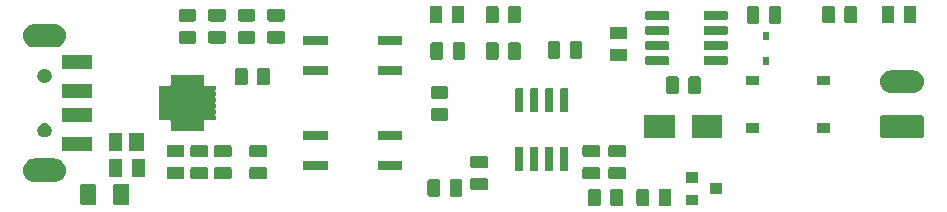
<source format=gbr>
G04 #@! TF.GenerationSoftware,KiCad,Pcbnew,(5.1.6)-1*
G04 #@! TF.CreationDate,2020-11-13T23:39:30+01:00*
G04 #@! TF.ProjectId,ebuzzz-adapter,6562757a-7a7a-42d6-9164-61707465722e,rev?*
G04 #@! TF.SameCoordinates,Original*
G04 #@! TF.FileFunction,Soldermask,Top*
G04 #@! TF.FilePolarity,Negative*
%FSLAX46Y46*%
G04 Gerber Fmt 4.6, Leading zero omitted, Abs format (unit mm)*
G04 Created by KiCad (PCBNEW (5.1.6)-1) date 2020-11-13 23:39:30*
%MOMM*%
%LPD*%
G01*
G04 APERTURE LIST*
%ADD10C,0.100000*%
G04 APERTURE END LIST*
D10*
G36*
X148809468Y-86253565D02*
G01*
X148848138Y-86265296D01*
X148883777Y-86284346D01*
X148915017Y-86309983D01*
X148940654Y-86341223D01*
X148959704Y-86376862D01*
X148971435Y-86415532D01*
X148976000Y-86461888D01*
X148976000Y-87538112D01*
X148971435Y-87584468D01*
X148959704Y-87623138D01*
X148940654Y-87658777D01*
X148915017Y-87690017D01*
X148883777Y-87715654D01*
X148848138Y-87734704D01*
X148809468Y-87746435D01*
X148763112Y-87751000D01*
X148111888Y-87751000D01*
X148065532Y-87746435D01*
X148026862Y-87734704D01*
X147991223Y-87715654D01*
X147959983Y-87690017D01*
X147934346Y-87658777D01*
X147915296Y-87623138D01*
X147903565Y-87584468D01*
X147899000Y-87538112D01*
X147899000Y-86461888D01*
X147903565Y-86415532D01*
X147915296Y-86376862D01*
X147934346Y-86341223D01*
X147959983Y-86309983D01*
X147991223Y-86284346D01*
X148026862Y-86265296D01*
X148065532Y-86253565D01*
X148111888Y-86249000D01*
X148763112Y-86249000D01*
X148809468Y-86253565D01*
G37*
G36*
X146934468Y-86253565D02*
G01*
X146973138Y-86265296D01*
X147008777Y-86284346D01*
X147040017Y-86309983D01*
X147065654Y-86341223D01*
X147084704Y-86376862D01*
X147096435Y-86415532D01*
X147101000Y-86461888D01*
X147101000Y-87538112D01*
X147096435Y-87584468D01*
X147084704Y-87623138D01*
X147065654Y-87658777D01*
X147040017Y-87690017D01*
X147008777Y-87715654D01*
X146973138Y-87734704D01*
X146934468Y-87746435D01*
X146888112Y-87751000D01*
X146236888Y-87751000D01*
X146190532Y-87746435D01*
X146151862Y-87734704D01*
X146116223Y-87715654D01*
X146084983Y-87690017D01*
X146059346Y-87658777D01*
X146040296Y-87623138D01*
X146028565Y-87584468D01*
X146024000Y-87538112D01*
X146024000Y-86461888D01*
X146028565Y-86415532D01*
X146040296Y-86376862D01*
X146059346Y-86341223D01*
X146084983Y-86309983D01*
X146116223Y-86284346D01*
X146151862Y-86265296D01*
X146190532Y-86253565D01*
X146236888Y-86249000D01*
X146888112Y-86249000D01*
X146934468Y-86253565D01*
G37*
G36*
X144709468Y-86253565D02*
G01*
X144748138Y-86265296D01*
X144783777Y-86284346D01*
X144815017Y-86309983D01*
X144840654Y-86341223D01*
X144859704Y-86376862D01*
X144871435Y-86415532D01*
X144876000Y-86461888D01*
X144876000Y-87538112D01*
X144871435Y-87584468D01*
X144859704Y-87623138D01*
X144840654Y-87658777D01*
X144815017Y-87690017D01*
X144783777Y-87715654D01*
X144748138Y-87734704D01*
X144709468Y-87746435D01*
X144663112Y-87751000D01*
X144011888Y-87751000D01*
X143965532Y-87746435D01*
X143926862Y-87734704D01*
X143891223Y-87715654D01*
X143859983Y-87690017D01*
X143834346Y-87658777D01*
X143815296Y-87623138D01*
X143803565Y-87584468D01*
X143799000Y-87538112D01*
X143799000Y-86461888D01*
X143803565Y-86415532D01*
X143815296Y-86376862D01*
X143834346Y-86341223D01*
X143859983Y-86309983D01*
X143891223Y-86284346D01*
X143926862Y-86265296D01*
X143965532Y-86253565D01*
X144011888Y-86249000D01*
X144663112Y-86249000D01*
X144709468Y-86253565D01*
G37*
G36*
X142834468Y-86253565D02*
G01*
X142873138Y-86265296D01*
X142908777Y-86284346D01*
X142940017Y-86309983D01*
X142965654Y-86341223D01*
X142984704Y-86376862D01*
X142996435Y-86415532D01*
X143001000Y-86461888D01*
X143001000Y-87538112D01*
X142996435Y-87584468D01*
X142984704Y-87623138D01*
X142965654Y-87658777D01*
X142940017Y-87690017D01*
X142908777Y-87715654D01*
X142873138Y-87734704D01*
X142834468Y-87746435D01*
X142788112Y-87751000D01*
X142136888Y-87751000D01*
X142090532Y-87746435D01*
X142051862Y-87734704D01*
X142016223Y-87715654D01*
X141984983Y-87690017D01*
X141959346Y-87658777D01*
X141940296Y-87623138D01*
X141928565Y-87584468D01*
X141924000Y-87538112D01*
X141924000Y-86461888D01*
X141928565Y-86415532D01*
X141940296Y-86376862D01*
X141959346Y-86341223D01*
X141984983Y-86309983D01*
X142016223Y-86284346D01*
X142051862Y-86265296D01*
X142090532Y-86253565D01*
X142136888Y-86249000D01*
X142788112Y-86249000D01*
X142834468Y-86253565D01*
G37*
G36*
X100118604Y-85828347D02*
G01*
X100155144Y-85839432D01*
X100188821Y-85857433D01*
X100218341Y-85881659D01*
X100242567Y-85911179D01*
X100260568Y-85944856D01*
X100271653Y-85981396D01*
X100276000Y-86025538D01*
X100276000Y-87474462D01*
X100271653Y-87518604D01*
X100260568Y-87555144D01*
X100242567Y-87588821D01*
X100218341Y-87618341D01*
X100188821Y-87642567D01*
X100155144Y-87660568D01*
X100118604Y-87671653D01*
X100074462Y-87676000D01*
X99125538Y-87676000D01*
X99081396Y-87671653D01*
X99044856Y-87660568D01*
X99011179Y-87642567D01*
X98981659Y-87618341D01*
X98957433Y-87588821D01*
X98939432Y-87555144D01*
X98928347Y-87518604D01*
X98924000Y-87474462D01*
X98924000Y-86025538D01*
X98928347Y-85981396D01*
X98939432Y-85944856D01*
X98957433Y-85911179D01*
X98981659Y-85881659D01*
X99011179Y-85857433D01*
X99044856Y-85839432D01*
X99081396Y-85828347D01*
X99125538Y-85824000D01*
X100074462Y-85824000D01*
X100118604Y-85828347D01*
G37*
G36*
X102918604Y-85828347D02*
G01*
X102955144Y-85839432D01*
X102988821Y-85857433D01*
X103018341Y-85881659D01*
X103042567Y-85911179D01*
X103060568Y-85944856D01*
X103071653Y-85981396D01*
X103076000Y-86025538D01*
X103076000Y-87474462D01*
X103071653Y-87518604D01*
X103060568Y-87555144D01*
X103042567Y-87588821D01*
X103018341Y-87618341D01*
X102988821Y-87642567D01*
X102955144Y-87660568D01*
X102918604Y-87671653D01*
X102874462Y-87676000D01*
X101925538Y-87676000D01*
X101881396Y-87671653D01*
X101844856Y-87660568D01*
X101811179Y-87642567D01*
X101781659Y-87618341D01*
X101757433Y-87588821D01*
X101739432Y-87555144D01*
X101728347Y-87518604D01*
X101724000Y-87474462D01*
X101724000Y-86025538D01*
X101728347Y-85981396D01*
X101739432Y-85944856D01*
X101757433Y-85911179D01*
X101781659Y-85881659D01*
X101811179Y-85857433D01*
X101844856Y-85839432D01*
X101881396Y-85828347D01*
X101925538Y-85824000D01*
X102874462Y-85824000D01*
X102918604Y-85828347D01*
G37*
G36*
X151251000Y-87651000D02*
G01*
X150249000Y-87651000D01*
X150249000Y-86749000D01*
X151251000Y-86749000D01*
X151251000Y-87651000D01*
G37*
G36*
X131109468Y-85453565D02*
G01*
X131148138Y-85465296D01*
X131183777Y-85484346D01*
X131215017Y-85509983D01*
X131240654Y-85541223D01*
X131259704Y-85576862D01*
X131271435Y-85615532D01*
X131276000Y-85661888D01*
X131276000Y-86738112D01*
X131271435Y-86784468D01*
X131259704Y-86823138D01*
X131240654Y-86858777D01*
X131215017Y-86890017D01*
X131183777Y-86915654D01*
X131148138Y-86934704D01*
X131109468Y-86946435D01*
X131063112Y-86951000D01*
X130411888Y-86951000D01*
X130365532Y-86946435D01*
X130326862Y-86934704D01*
X130291223Y-86915654D01*
X130259983Y-86890017D01*
X130234346Y-86858777D01*
X130215296Y-86823138D01*
X130203565Y-86784468D01*
X130199000Y-86738112D01*
X130199000Y-85661888D01*
X130203565Y-85615532D01*
X130215296Y-85576862D01*
X130234346Y-85541223D01*
X130259983Y-85509983D01*
X130291223Y-85484346D01*
X130326862Y-85465296D01*
X130365532Y-85453565D01*
X130411888Y-85449000D01*
X131063112Y-85449000D01*
X131109468Y-85453565D01*
G37*
G36*
X129234468Y-85453565D02*
G01*
X129273138Y-85465296D01*
X129308777Y-85484346D01*
X129340017Y-85509983D01*
X129365654Y-85541223D01*
X129384704Y-85576862D01*
X129396435Y-85615532D01*
X129401000Y-85661888D01*
X129401000Y-86738112D01*
X129396435Y-86784468D01*
X129384704Y-86823138D01*
X129365654Y-86858777D01*
X129340017Y-86890017D01*
X129308777Y-86915654D01*
X129273138Y-86934704D01*
X129234468Y-86946435D01*
X129188112Y-86951000D01*
X128536888Y-86951000D01*
X128490532Y-86946435D01*
X128451862Y-86934704D01*
X128416223Y-86915654D01*
X128384983Y-86890017D01*
X128359346Y-86858777D01*
X128340296Y-86823138D01*
X128328565Y-86784468D01*
X128324000Y-86738112D01*
X128324000Y-85661888D01*
X128328565Y-85615532D01*
X128340296Y-85576862D01*
X128359346Y-85541223D01*
X128384983Y-85509983D01*
X128416223Y-85484346D01*
X128451862Y-85465296D01*
X128490532Y-85453565D01*
X128536888Y-85449000D01*
X129188112Y-85449000D01*
X129234468Y-85453565D01*
G37*
G36*
X153251000Y-86701000D02*
G01*
X152249000Y-86701000D01*
X152249000Y-85799000D01*
X153251000Y-85799000D01*
X153251000Y-86701000D01*
G37*
G36*
X133284468Y-85328565D02*
G01*
X133323138Y-85340296D01*
X133358777Y-85359346D01*
X133390017Y-85384983D01*
X133415654Y-85416223D01*
X133434704Y-85451862D01*
X133446435Y-85490532D01*
X133451000Y-85536888D01*
X133451000Y-86188112D01*
X133446435Y-86234468D01*
X133434704Y-86273138D01*
X133415654Y-86308777D01*
X133390017Y-86340017D01*
X133358777Y-86365654D01*
X133323138Y-86384704D01*
X133284468Y-86396435D01*
X133238112Y-86401000D01*
X132161888Y-86401000D01*
X132115532Y-86396435D01*
X132076862Y-86384704D01*
X132041223Y-86365654D01*
X132009983Y-86340017D01*
X131984346Y-86308777D01*
X131965296Y-86273138D01*
X131953565Y-86234468D01*
X131949000Y-86188112D01*
X131949000Y-85536888D01*
X131953565Y-85490532D01*
X131965296Y-85451862D01*
X131984346Y-85416223D01*
X132009983Y-85384983D01*
X132041223Y-85359346D01*
X132076862Y-85340296D01*
X132115532Y-85328565D01*
X132161888Y-85324000D01*
X133238112Y-85324000D01*
X133284468Y-85328565D01*
G37*
G36*
X151251000Y-85751000D02*
G01*
X150249000Y-85751000D01*
X150249000Y-84849000D01*
X151251000Y-84849000D01*
X151251000Y-85751000D01*
G37*
G36*
X96896228Y-83713483D02*
G01*
X97084922Y-83770723D01*
X97258815Y-83863671D01*
X97411239Y-83988761D01*
X97536329Y-84141185D01*
X97629277Y-84315078D01*
X97686517Y-84503772D01*
X97705843Y-84700000D01*
X97686517Y-84896228D01*
X97629277Y-85084922D01*
X97536329Y-85258815D01*
X97411239Y-85411239D01*
X97258815Y-85536329D01*
X97084922Y-85629277D01*
X96896228Y-85686517D01*
X96749175Y-85701000D01*
X95050825Y-85701000D01*
X94903772Y-85686517D01*
X94715078Y-85629277D01*
X94541185Y-85536329D01*
X94388761Y-85411239D01*
X94263671Y-85258815D01*
X94170723Y-85084922D01*
X94113483Y-84896228D01*
X94094157Y-84700000D01*
X94113483Y-84503772D01*
X94170723Y-84315078D01*
X94263671Y-84141185D01*
X94388761Y-83988761D01*
X94541185Y-83863671D01*
X94715078Y-83770723D01*
X94903772Y-83713483D01*
X95050825Y-83699000D01*
X96749175Y-83699000D01*
X96896228Y-83713483D01*
G37*
G36*
X111584468Y-84403565D02*
G01*
X111623138Y-84415296D01*
X111658777Y-84434346D01*
X111690017Y-84459983D01*
X111715654Y-84491223D01*
X111734704Y-84526862D01*
X111746435Y-84565532D01*
X111751000Y-84611888D01*
X111751000Y-85263112D01*
X111746435Y-85309468D01*
X111734704Y-85348138D01*
X111715654Y-85383777D01*
X111690017Y-85415017D01*
X111658777Y-85440654D01*
X111623138Y-85459704D01*
X111584468Y-85471435D01*
X111538112Y-85476000D01*
X110461888Y-85476000D01*
X110415532Y-85471435D01*
X110376862Y-85459704D01*
X110341223Y-85440654D01*
X110309983Y-85415017D01*
X110284346Y-85383777D01*
X110265296Y-85348138D01*
X110253565Y-85309468D01*
X110249000Y-85263112D01*
X110249000Y-84611888D01*
X110253565Y-84565532D01*
X110265296Y-84526862D01*
X110284346Y-84491223D01*
X110309983Y-84459983D01*
X110341223Y-84434346D01*
X110376862Y-84415296D01*
X110415532Y-84403565D01*
X110461888Y-84399000D01*
X111538112Y-84399000D01*
X111584468Y-84403565D01*
G37*
G36*
X142784468Y-84403565D02*
G01*
X142823138Y-84415296D01*
X142858777Y-84434346D01*
X142890017Y-84459983D01*
X142915654Y-84491223D01*
X142934704Y-84526862D01*
X142946435Y-84565532D01*
X142951000Y-84611888D01*
X142951000Y-85263112D01*
X142946435Y-85309468D01*
X142934704Y-85348138D01*
X142915654Y-85383777D01*
X142890017Y-85415017D01*
X142858777Y-85440654D01*
X142823138Y-85459704D01*
X142784468Y-85471435D01*
X142738112Y-85476000D01*
X141661888Y-85476000D01*
X141615532Y-85471435D01*
X141576862Y-85459704D01*
X141541223Y-85440654D01*
X141509983Y-85415017D01*
X141484346Y-85383777D01*
X141465296Y-85348138D01*
X141453565Y-85309468D01*
X141449000Y-85263112D01*
X141449000Y-84611888D01*
X141453565Y-84565532D01*
X141465296Y-84526862D01*
X141484346Y-84491223D01*
X141509983Y-84459983D01*
X141541223Y-84434346D01*
X141576862Y-84415296D01*
X141615532Y-84403565D01*
X141661888Y-84399000D01*
X142738112Y-84399000D01*
X142784468Y-84403565D01*
G37*
G36*
X144984468Y-84403565D02*
G01*
X145023138Y-84415296D01*
X145058777Y-84434346D01*
X145090017Y-84459983D01*
X145115654Y-84491223D01*
X145134704Y-84526862D01*
X145146435Y-84565532D01*
X145151000Y-84611888D01*
X145151000Y-85263112D01*
X145146435Y-85309468D01*
X145134704Y-85348138D01*
X145115654Y-85383777D01*
X145090017Y-85415017D01*
X145058777Y-85440654D01*
X145023138Y-85459704D01*
X144984468Y-85471435D01*
X144938112Y-85476000D01*
X143861888Y-85476000D01*
X143815532Y-85471435D01*
X143776862Y-85459704D01*
X143741223Y-85440654D01*
X143709983Y-85415017D01*
X143684346Y-85383777D01*
X143665296Y-85348138D01*
X143653565Y-85309468D01*
X143649000Y-85263112D01*
X143649000Y-84611888D01*
X143653565Y-84565532D01*
X143665296Y-84526862D01*
X143684346Y-84491223D01*
X143709983Y-84459983D01*
X143741223Y-84434346D01*
X143776862Y-84415296D01*
X143815532Y-84403565D01*
X143861888Y-84399000D01*
X144938112Y-84399000D01*
X144984468Y-84403565D01*
G37*
G36*
X107584468Y-84403565D02*
G01*
X107623138Y-84415296D01*
X107658777Y-84434346D01*
X107690017Y-84459983D01*
X107715654Y-84491223D01*
X107734704Y-84526862D01*
X107746435Y-84565532D01*
X107751000Y-84611888D01*
X107751000Y-85263112D01*
X107746435Y-85309468D01*
X107734704Y-85348138D01*
X107715654Y-85383777D01*
X107690017Y-85415017D01*
X107658777Y-85440654D01*
X107623138Y-85459704D01*
X107584468Y-85471435D01*
X107538112Y-85476000D01*
X106461888Y-85476000D01*
X106415532Y-85471435D01*
X106376862Y-85459704D01*
X106341223Y-85440654D01*
X106309983Y-85415017D01*
X106284346Y-85383777D01*
X106265296Y-85348138D01*
X106253565Y-85309468D01*
X106249000Y-85263112D01*
X106249000Y-84611888D01*
X106253565Y-84565532D01*
X106265296Y-84526862D01*
X106284346Y-84491223D01*
X106309983Y-84459983D01*
X106341223Y-84434346D01*
X106376862Y-84415296D01*
X106415532Y-84403565D01*
X106461888Y-84399000D01*
X107538112Y-84399000D01*
X107584468Y-84403565D01*
G37*
G36*
X109584468Y-84403565D02*
G01*
X109623138Y-84415296D01*
X109658777Y-84434346D01*
X109690017Y-84459983D01*
X109715654Y-84491223D01*
X109734704Y-84526862D01*
X109746435Y-84565532D01*
X109751000Y-84611888D01*
X109751000Y-85263112D01*
X109746435Y-85309468D01*
X109734704Y-85348138D01*
X109715654Y-85383777D01*
X109690017Y-85415017D01*
X109658777Y-85440654D01*
X109623138Y-85459704D01*
X109584468Y-85471435D01*
X109538112Y-85476000D01*
X108461888Y-85476000D01*
X108415532Y-85471435D01*
X108376862Y-85459704D01*
X108341223Y-85440654D01*
X108309983Y-85415017D01*
X108284346Y-85383777D01*
X108265296Y-85348138D01*
X108253565Y-85309468D01*
X108249000Y-85263112D01*
X108249000Y-84611888D01*
X108253565Y-84565532D01*
X108265296Y-84526862D01*
X108284346Y-84491223D01*
X108309983Y-84459983D01*
X108341223Y-84434346D01*
X108376862Y-84415296D01*
X108415532Y-84403565D01*
X108461888Y-84399000D01*
X109538112Y-84399000D01*
X109584468Y-84403565D01*
G37*
G36*
X114584468Y-84403565D02*
G01*
X114623138Y-84415296D01*
X114658777Y-84434346D01*
X114690017Y-84459983D01*
X114715654Y-84491223D01*
X114734704Y-84526862D01*
X114746435Y-84565532D01*
X114751000Y-84611888D01*
X114751000Y-85263112D01*
X114746435Y-85309468D01*
X114734704Y-85348138D01*
X114715654Y-85383777D01*
X114690017Y-85415017D01*
X114658777Y-85440654D01*
X114623138Y-85459704D01*
X114584468Y-85471435D01*
X114538112Y-85476000D01*
X113461888Y-85476000D01*
X113415532Y-85471435D01*
X113376862Y-85459704D01*
X113341223Y-85440654D01*
X113309983Y-85415017D01*
X113284346Y-85383777D01*
X113265296Y-85348138D01*
X113253565Y-85309468D01*
X113249000Y-85263112D01*
X113249000Y-84611888D01*
X113253565Y-84565532D01*
X113265296Y-84526862D01*
X113284346Y-84491223D01*
X113309983Y-84459983D01*
X113341223Y-84434346D01*
X113376862Y-84415296D01*
X113415532Y-84403565D01*
X113461888Y-84399000D01*
X114538112Y-84399000D01*
X114584468Y-84403565D01*
G37*
G36*
X102501000Y-85251000D02*
G01*
X101399000Y-85251000D01*
X101399000Y-83749000D01*
X102501000Y-83749000D01*
X102501000Y-85251000D01*
G37*
G36*
X104401000Y-85251000D02*
G01*
X103299000Y-85251000D01*
X103299000Y-83749000D01*
X104401000Y-83749000D01*
X104401000Y-85251000D01*
G37*
G36*
X136354928Y-82701764D02*
G01*
X136376009Y-82708160D01*
X136395445Y-82718548D01*
X136412476Y-82732524D01*
X136426452Y-82749555D01*
X136436840Y-82768991D01*
X136443236Y-82790072D01*
X136446000Y-82818140D01*
X136446000Y-84631860D01*
X136443236Y-84659928D01*
X136436840Y-84681009D01*
X136426452Y-84700445D01*
X136412476Y-84717476D01*
X136395445Y-84731452D01*
X136376009Y-84741840D01*
X136354928Y-84748236D01*
X136326860Y-84751000D01*
X135863140Y-84751000D01*
X135835072Y-84748236D01*
X135813991Y-84741840D01*
X135794555Y-84731452D01*
X135777524Y-84717476D01*
X135763548Y-84700445D01*
X135753160Y-84681009D01*
X135746764Y-84659928D01*
X135744000Y-84631860D01*
X135744000Y-82818140D01*
X135746764Y-82790072D01*
X135753160Y-82768991D01*
X135763548Y-82749555D01*
X135777524Y-82732524D01*
X135794555Y-82718548D01*
X135813991Y-82708160D01*
X135835072Y-82701764D01*
X135863140Y-82699000D01*
X136326860Y-82699000D01*
X136354928Y-82701764D01*
G37*
G36*
X140164928Y-82701764D02*
G01*
X140186009Y-82708160D01*
X140205445Y-82718548D01*
X140222476Y-82732524D01*
X140236452Y-82749555D01*
X140246840Y-82768991D01*
X140253236Y-82790072D01*
X140256000Y-82818140D01*
X140256000Y-84631860D01*
X140253236Y-84659928D01*
X140246840Y-84681009D01*
X140236452Y-84700445D01*
X140222476Y-84717476D01*
X140205445Y-84731452D01*
X140186009Y-84741840D01*
X140164928Y-84748236D01*
X140136860Y-84751000D01*
X139673140Y-84751000D01*
X139645072Y-84748236D01*
X139623991Y-84741840D01*
X139604555Y-84731452D01*
X139587524Y-84717476D01*
X139573548Y-84700445D01*
X139563160Y-84681009D01*
X139556764Y-84659928D01*
X139554000Y-84631860D01*
X139554000Y-82818140D01*
X139556764Y-82790072D01*
X139563160Y-82768991D01*
X139573548Y-82749555D01*
X139587524Y-82732524D01*
X139604555Y-82718548D01*
X139623991Y-82708160D01*
X139645072Y-82701764D01*
X139673140Y-82699000D01*
X140136860Y-82699000D01*
X140164928Y-82701764D01*
G37*
G36*
X138894928Y-82701764D02*
G01*
X138916009Y-82708160D01*
X138935445Y-82718548D01*
X138952476Y-82732524D01*
X138966452Y-82749555D01*
X138976840Y-82768991D01*
X138983236Y-82790072D01*
X138986000Y-82818140D01*
X138986000Y-84631860D01*
X138983236Y-84659928D01*
X138976840Y-84681009D01*
X138966452Y-84700445D01*
X138952476Y-84717476D01*
X138935445Y-84731452D01*
X138916009Y-84741840D01*
X138894928Y-84748236D01*
X138866860Y-84751000D01*
X138403140Y-84751000D01*
X138375072Y-84748236D01*
X138353991Y-84741840D01*
X138334555Y-84731452D01*
X138317524Y-84717476D01*
X138303548Y-84700445D01*
X138293160Y-84681009D01*
X138286764Y-84659928D01*
X138284000Y-84631860D01*
X138284000Y-82818140D01*
X138286764Y-82790072D01*
X138293160Y-82768991D01*
X138303548Y-82749555D01*
X138317524Y-82732524D01*
X138334555Y-82718548D01*
X138353991Y-82708160D01*
X138375072Y-82701764D01*
X138403140Y-82699000D01*
X138866860Y-82699000D01*
X138894928Y-82701764D01*
G37*
G36*
X137624928Y-82701764D02*
G01*
X137646009Y-82708160D01*
X137665445Y-82718548D01*
X137682476Y-82732524D01*
X137696452Y-82749555D01*
X137706840Y-82768991D01*
X137713236Y-82790072D01*
X137716000Y-82818140D01*
X137716000Y-84631860D01*
X137713236Y-84659928D01*
X137706840Y-84681009D01*
X137696452Y-84700445D01*
X137682476Y-84717476D01*
X137665445Y-84731452D01*
X137646009Y-84741840D01*
X137624928Y-84748236D01*
X137596860Y-84751000D01*
X137133140Y-84751000D01*
X137105072Y-84748236D01*
X137083991Y-84741840D01*
X137064555Y-84731452D01*
X137047524Y-84717476D01*
X137033548Y-84700445D01*
X137023160Y-84681009D01*
X137016764Y-84659928D01*
X137014000Y-84631860D01*
X137014000Y-82818140D01*
X137016764Y-82790072D01*
X137023160Y-82768991D01*
X137033548Y-82749555D01*
X137047524Y-82732524D01*
X137064555Y-82718548D01*
X137083991Y-82708160D01*
X137105072Y-82701764D01*
X137133140Y-82699000D01*
X137596860Y-82699000D01*
X137624928Y-82701764D01*
G37*
G36*
X119901000Y-84641000D02*
G01*
X117799000Y-84641000D01*
X117799000Y-83899000D01*
X119901000Y-83899000D01*
X119901000Y-84641000D01*
G37*
G36*
X126201000Y-84641000D02*
G01*
X124099000Y-84641000D01*
X124099000Y-83899000D01*
X126201000Y-83899000D01*
X126201000Y-84641000D01*
G37*
G36*
X133284468Y-83453565D02*
G01*
X133323138Y-83465296D01*
X133358777Y-83484346D01*
X133390017Y-83509983D01*
X133415654Y-83541223D01*
X133434704Y-83576862D01*
X133446435Y-83615532D01*
X133451000Y-83661888D01*
X133451000Y-84313112D01*
X133446435Y-84359468D01*
X133434704Y-84398138D01*
X133415654Y-84433777D01*
X133390017Y-84465017D01*
X133358777Y-84490654D01*
X133323138Y-84509704D01*
X133284468Y-84521435D01*
X133238112Y-84526000D01*
X132161888Y-84526000D01*
X132115532Y-84521435D01*
X132076862Y-84509704D01*
X132041223Y-84490654D01*
X132009983Y-84465017D01*
X131984346Y-84433777D01*
X131965296Y-84398138D01*
X131953565Y-84359468D01*
X131949000Y-84313112D01*
X131949000Y-83661888D01*
X131953565Y-83615532D01*
X131965296Y-83576862D01*
X131984346Y-83541223D01*
X132009983Y-83509983D01*
X132041223Y-83484346D01*
X132076862Y-83465296D01*
X132115532Y-83453565D01*
X132161888Y-83449000D01*
X133238112Y-83449000D01*
X133284468Y-83453565D01*
G37*
G36*
X107584468Y-82528565D02*
G01*
X107623138Y-82540296D01*
X107658777Y-82559346D01*
X107690017Y-82584983D01*
X107715654Y-82616223D01*
X107734704Y-82651862D01*
X107746435Y-82690532D01*
X107751000Y-82736888D01*
X107751000Y-83388112D01*
X107746435Y-83434468D01*
X107734704Y-83473138D01*
X107715654Y-83508777D01*
X107690017Y-83540017D01*
X107658777Y-83565654D01*
X107623138Y-83584704D01*
X107584468Y-83596435D01*
X107538112Y-83601000D01*
X106461888Y-83601000D01*
X106415532Y-83596435D01*
X106376862Y-83584704D01*
X106341223Y-83565654D01*
X106309983Y-83540017D01*
X106284346Y-83508777D01*
X106265296Y-83473138D01*
X106253565Y-83434468D01*
X106249000Y-83388112D01*
X106249000Y-82736888D01*
X106253565Y-82690532D01*
X106265296Y-82651862D01*
X106284346Y-82616223D01*
X106309983Y-82584983D01*
X106341223Y-82559346D01*
X106376862Y-82540296D01*
X106415532Y-82528565D01*
X106461888Y-82524000D01*
X107538112Y-82524000D01*
X107584468Y-82528565D01*
G37*
G36*
X111584468Y-82528565D02*
G01*
X111623138Y-82540296D01*
X111658777Y-82559346D01*
X111690017Y-82584983D01*
X111715654Y-82616223D01*
X111734704Y-82651862D01*
X111746435Y-82690532D01*
X111751000Y-82736888D01*
X111751000Y-83388112D01*
X111746435Y-83434468D01*
X111734704Y-83473138D01*
X111715654Y-83508777D01*
X111690017Y-83540017D01*
X111658777Y-83565654D01*
X111623138Y-83584704D01*
X111584468Y-83596435D01*
X111538112Y-83601000D01*
X110461888Y-83601000D01*
X110415532Y-83596435D01*
X110376862Y-83584704D01*
X110341223Y-83565654D01*
X110309983Y-83540017D01*
X110284346Y-83508777D01*
X110265296Y-83473138D01*
X110253565Y-83434468D01*
X110249000Y-83388112D01*
X110249000Y-82736888D01*
X110253565Y-82690532D01*
X110265296Y-82651862D01*
X110284346Y-82616223D01*
X110309983Y-82584983D01*
X110341223Y-82559346D01*
X110376862Y-82540296D01*
X110415532Y-82528565D01*
X110461888Y-82524000D01*
X111538112Y-82524000D01*
X111584468Y-82528565D01*
G37*
G36*
X114584468Y-82528565D02*
G01*
X114623138Y-82540296D01*
X114658777Y-82559346D01*
X114690017Y-82584983D01*
X114715654Y-82616223D01*
X114734704Y-82651862D01*
X114746435Y-82690532D01*
X114751000Y-82736888D01*
X114751000Y-83388112D01*
X114746435Y-83434468D01*
X114734704Y-83473138D01*
X114715654Y-83508777D01*
X114690017Y-83540017D01*
X114658777Y-83565654D01*
X114623138Y-83584704D01*
X114584468Y-83596435D01*
X114538112Y-83601000D01*
X113461888Y-83601000D01*
X113415532Y-83596435D01*
X113376862Y-83584704D01*
X113341223Y-83565654D01*
X113309983Y-83540017D01*
X113284346Y-83508777D01*
X113265296Y-83473138D01*
X113253565Y-83434468D01*
X113249000Y-83388112D01*
X113249000Y-82736888D01*
X113253565Y-82690532D01*
X113265296Y-82651862D01*
X113284346Y-82616223D01*
X113309983Y-82584983D01*
X113341223Y-82559346D01*
X113376862Y-82540296D01*
X113415532Y-82528565D01*
X113461888Y-82524000D01*
X114538112Y-82524000D01*
X114584468Y-82528565D01*
G37*
G36*
X109584468Y-82528565D02*
G01*
X109623138Y-82540296D01*
X109658777Y-82559346D01*
X109690017Y-82584983D01*
X109715654Y-82616223D01*
X109734704Y-82651862D01*
X109746435Y-82690532D01*
X109751000Y-82736888D01*
X109751000Y-83388112D01*
X109746435Y-83434468D01*
X109734704Y-83473138D01*
X109715654Y-83508777D01*
X109690017Y-83540017D01*
X109658777Y-83565654D01*
X109623138Y-83584704D01*
X109584468Y-83596435D01*
X109538112Y-83601000D01*
X108461888Y-83601000D01*
X108415532Y-83596435D01*
X108376862Y-83584704D01*
X108341223Y-83565654D01*
X108309983Y-83540017D01*
X108284346Y-83508777D01*
X108265296Y-83473138D01*
X108253565Y-83434468D01*
X108249000Y-83388112D01*
X108249000Y-82736888D01*
X108253565Y-82690532D01*
X108265296Y-82651862D01*
X108284346Y-82616223D01*
X108309983Y-82584983D01*
X108341223Y-82559346D01*
X108376862Y-82540296D01*
X108415532Y-82528565D01*
X108461888Y-82524000D01*
X109538112Y-82524000D01*
X109584468Y-82528565D01*
G37*
G36*
X144984468Y-82528565D02*
G01*
X145023138Y-82540296D01*
X145058777Y-82559346D01*
X145090017Y-82584983D01*
X145115654Y-82616223D01*
X145134704Y-82651862D01*
X145146435Y-82690532D01*
X145151000Y-82736888D01*
X145151000Y-83388112D01*
X145146435Y-83434468D01*
X145134704Y-83473138D01*
X145115654Y-83508777D01*
X145090017Y-83540017D01*
X145058777Y-83565654D01*
X145023138Y-83584704D01*
X144984468Y-83596435D01*
X144938112Y-83601000D01*
X143861888Y-83601000D01*
X143815532Y-83596435D01*
X143776862Y-83584704D01*
X143741223Y-83565654D01*
X143709983Y-83540017D01*
X143684346Y-83508777D01*
X143665296Y-83473138D01*
X143653565Y-83434468D01*
X143649000Y-83388112D01*
X143649000Y-82736888D01*
X143653565Y-82690532D01*
X143665296Y-82651862D01*
X143684346Y-82616223D01*
X143709983Y-82584983D01*
X143741223Y-82559346D01*
X143776862Y-82540296D01*
X143815532Y-82528565D01*
X143861888Y-82524000D01*
X144938112Y-82524000D01*
X144984468Y-82528565D01*
G37*
G36*
X142784468Y-82528565D02*
G01*
X142823138Y-82540296D01*
X142858777Y-82559346D01*
X142890017Y-82584983D01*
X142915654Y-82616223D01*
X142934704Y-82651862D01*
X142946435Y-82690532D01*
X142951000Y-82736888D01*
X142951000Y-83388112D01*
X142946435Y-83434468D01*
X142934704Y-83473138D01*
X142915654Y-83508777D01*
X142890017Y-83540017D01*
X142858777Y-83565654D01*
X142823138Y-83584704D01*
X142784468Y-83596435D01*
X142738112Y-83601000D01*
X141661888Y-83601000D01*
X141615532Y-83596435D01*
X141576862Y-83584704D01*
X141541223Y-83565654D01*
X141509983Y-83540017D01*
X141484346Y-83508777D01*
X141465296Y-83473138D01*
X141453565Y-83434468D01*
X141449000Y-83388112D01*
X141449000Y-82736888D01*
X141453565Y-82690532D01*
X141465296Y-82651862D01*
X141484346Y-82616223D01*
X141509983Y-82584983D01*
X141541223Y-82559346D01*
X141576862Y-82540296D01*
X141615532Y-82528565D01*
X141661888Y-82524000D01*
X142738112Y-82524000D01*
X142784468Y-82528565D01*
G37*
G36*
X99951000Y-83101000D02*
G01*
X97349000Y-83101000D01*
X97349000Y-81899000D01*
X99951000Y-81899000D01*
X99951000Y-83101000D01*
G37*
G36*
X104321000Y-83051000D02*
G01*
X103019000Y-83051000D01*
X103019000Y-81549000D01*
X104321000Y-81549000D01*
X104321000Y-83051000D01*
G37*
G36*
X102501000Y-83051000D02*
G01*
X101399000Y-83051000D01*
X101399000Y-81549000D01*
X102501000Y-81549000D01*
X102501000Y-83051000D01*
G37*
G36*
X126201000Y-82101000D02*
G01*
X124099000Y-82101000D01*
X124099000Y-81359000D01*
X126201000Y-81359000D01*
X126201000Y-82101000D01*
G37*
G36*
X119901000Y-82101000D02*
G01*
X117799000Y-82101000D01*
X117799000Y-81359000D01*
X119901000Y-81359000D01*
X119901000Y-82101000D01*
G37*
G36*
X170210915Y-80052934D02*
G01*
X170243424Y-80062795D01*
X170273382Y-80078809D01*
X170299641Y-80100359D01*
X170321191Y-80126618D01*
X170337205Y-80156576D01*
X170347066Y-80189085D01*
X170351000Y-80229029D01*
X170351000Y-81770971D01*
X170347066Y-81810915D01*
X170337205Y-81843424D01*
X170321191Y-81873382D01*
X170299641Y-81899641D01*
X170273382Y-81921191D01*
X170243424Y-81937205D01*
X170210915Y-81947066D01*
X170170971Y-81951000D01*
X166829029Y-81951000D01*
X166789085Y-81947066D01*
X166756576Y-81937205D01*
X166726618Y-81921191D01*
X166700359Y-81899641D01*
X166678809Y-81873382D01*
X166662795Y-81843424D01*
X166652934Y-81810915D01*
X166649000Y-81770971D01*
X166649000Y-80229029D01*
X166652934Y-80189085D01*
X166662795Y-80156576D01*
X166678809Y-80126618D01*
X166700359Y-80100359D01*
X166726618Y-80078809D01*
X166756576Y-80062795D01*
X166789085Y-80052934D01*
X166829029Y-80049000D01*
X170170971Y-80049000D01*
X170210915Y-80052934D01*
G37*
G36*
X149301000Y-81951000D02*
G01*
X146699000Y-81951000D01*
X146699000Y-80049000D01*
X149301000Y-80049000D01*
X149301000Y-81951000D01*
G37*
G36*
X153301000Y-81951000D02*
G01*
X150699000Y-81951000D01*
X150699000Y-80049000D01*
X153301000Y-80049000D01*
X153301000Y-81951000D01*
G37*
G36*
X96036601Y-80714397D02*
G01*
X96075305Y-80722096D01*
X96107340Y-80735365D01*
X96184680Y-80767400D01*
X96283115Y-80833173D01*
X96366827Y-80916885D01*
X96432600Y-81015320D01*
X96477904Y-81124696D01*
X96501000Y-81240805D01*
X96501000Y-81359195D01*
X96477904Y-81475304D01*
X96432600Y-81584680D01*
X96366827Y-81683115D01*
X96283115Y-81766827D01*
X96184680Y-81832600D01*
X96107340Y-81864635D01*
X96075305Y-81877904D01*
X96036601Y-81885603D01*
X95959195Y-81901000D01*
X95840805Y-81901000D01*
X95763399Y-81885603D01*
X95724695Y-81877904D01*
X95692660Y-81864635D01*
X95615320Y-81832600D01*
X95516885Y-81766827D01*
X95433173Y-81683115D01*
X95367400Y-81584680D01*
X95322096Y-81475304D01*
X95299000Y-81359195D01*
X95299000Y-81240805D01*
X95322096Y-81124696D01*
X95367400Y-81015320D01*
X95433173Y-80916885D01*
X95516885Y-80833173D01*
X95615320Y-80767400D01*
X95692660Y-80735365D01*
X95724695Y-80722096D01*
X95763399Y-80714397D01*
X95840805Y-80699000D01*
X95959195Y-80699000D01*
X96036601Y-80714397D01*
G37*
G36*
X156426000Y-81501000D02*
G01*
X155324000Y-81501000D01*
X155324000Y-80699000D01*
X156426000Y-80699000D01*
X156426000Y-81501000D01*
G37*
G36*
X162376000Y-81501000D02*
G01*
X161274000Y-81501000D01*
X161274000Y-80699000D01*
X162376000Y-80699000D01*
X162376000Y-81501000D01*
G37*
G36*
X106905355Y-76600083D02*
G01*
X106910029Y-76601501D01*
X106914330Y-76603800D01*
X106920702Y-76609029D01*
X106941076Y-76622643D01*
X106963715Y-76632020D01*
X106987749Y-76636800D01*
X107012253Y-76636800D01*
X107036286Y-76632019D01*
X107058925Y-76622642D01*
X107079298Y-76609029D01*
X107085670Y-76603800D01*
X107089971Y-76601501D01*
X107094645Y-76600083D01*
X107105641Y-76599000D01*
X107394359Y-76599000D01*
X107405355Y-76600083D01*
X107410029Y-76601501D01*
X107414330Y-76603800D01*
X107420702Y-76609029D01*
X107441076Y-76622643D01*
X107463715Y-76632020D01*
X107487749Y-76636800D01*
X107512253Y-76636800D01*
X107536286Y-76632019D01*
X107558925Y-76622642D01*
X107579298Y-76609029D01*
X107585670Y-76603800D01*
X107589971Y-76601501D01*
X107594645Y-76600083D01*
X107605641Y-76599000D01*
X107894359Y-76599000D01*
X107905355Y-76600083D01*
X107910029Y-76601501D01*
X107914330Y-76603800D01*
X107920702Y-76609029D01*
X107941076Y-76622643D01*
X107963715Y-76632020D01*
X107987749Y-76636800D01*
X108012253Y-76636800D01*
X108036286Y-76632019D01*
X108058925Y-76622642D01*
X108079298Y-76609029D01*
X108085670Y-76603800D01*
X108089971Y-76601501D01*
X108094645Y-76600083D01*
X108105641Y-76599000D01*
X108394359Y-76599000D01*
X108405355Y-76600083D01*
X108410029Y-76601501D01*
X108414330Y-76603800D01*
X108420702Y-76609029D01*
X108441076Y-76622643D01*
X108463715Y-76632020D01*
X108487749Y-76636800D01*
X108512253Y-76636800D01*
X108536286Y-76632019D01*
X108558925Y-76622642D01*
X108579298Y-76609029D01*
X108585670Y-76603800D01*
X108589971Y-76601501D01*
X108594645Y-76600083D01*
X108605641Y-76599000D01*
X108894359Y-76599000D01*
X108905355Y-76600083D01*
X108910029Y-76601501D01*
X108914330Y-76603800D01*
X108920702Y-76609029D01*
X108941076Y-76622643D01*
X108963715Y-76632020D01*
X108987749Y-76636800D01*
X109012253Y-76636800D01*
X109036286Y-76632019D01*
X109058925Y-76622642D01*
X109079298Y-76609029D01*
X109085670Y-76603800D01*
X109089971Y-76601501D01*
X109094645Y-76600083D01*
X109105641Y-76599000D01*
X109394359Y-76599000D01*
X109405355Y-76600083D01*
X109410029Y-76601501D01*
X109414331Y-76603800D01*
X109418104Y-76606896D01*
X109421200Y-76610669D01*
X109423499Y-76614971D01*
X109424917Y-76619645D01*
X109426000Y-76630641D01*
X109426000Y-77449001D01*
X109428402Y-77473387D01*
X109435515Y-77496836D01*
X109447066Y-77518447D01*
X109462611Y-77537389D01*
X109481553Y-77552934D01*
X109503164Y-77564485D01*
X109526613Y-77571598D01*
X109550999Y-77574000D01*
X110369359Y-77574000D01*
X110380355Y-77575083D01*
X110385029Y-77576501D01*
X110389331Y-77578800D01*
X110393104Y-77581896D01*
X110396200Y-77585669D01*
X110398499Y-77589971D01*
X110399917Y-77594645D01*
X110401000Y-77605641D01*
X110401000Y-77894359D01*
X110399917Y-77905355D01*
X110398499Y-77910029D01*
X110396200Y-77914330D01*
X110390971Y-77920702D01*
X110377357Y-77941076D01*
X110367980Y-77963715D01*
X110363200Y-77987749D01*
X110363200Y-78012253D01*
X110367981Y-78036286D01*
X110377358Y-78058925D01*
X110390971Y-78079298D01*
X110396200Y-78085670D01*
X110398499Y-78089971D01*
X110399917Y-78094645D01*
X110401000Y-78105641D01*
X110401000Y-78394359D01*
X110399917Y-78405355D01*
X110398499Y-78410029D01*
X110396200Y-78414330D01*
X110390971Y-78420702D01*
X110377357Y-78441076D01*
X110367980Y-78463715D01*
X110363200Y-78487749D01*
X110363200Y-78512253D01*
X110367981Y-78536286D01*
X110377358Y-78558925D01*
X110390971Y-78579298D01*
X110396200Y-78585670D01*
X110398499Y-78589971D01*
X110399917Y-78594645D01*
X110401000Y-78605641D01*
X110401000Y-78894359D01*
X110399917Y-78905355D01*
X110398499Y-78910029D01*
X110396200Y-78914330D01*
X110390971Y-78920702D01*
X110377357Y-78941076D01*
X110367980Y-78963715D01*
X110363200Y-78987749D01*
X110363200Y-79012253D01*
X110367981Y-79036286D01*
X110377358Y-79058925D01*
X110390971Y-79079298D01*
X110396200Y-79085670D01*
X110398499Y-79089971D01*
X110399917Y-79094645D01*
X110401000Y-79105641D01*
X110401000Y-79394359D01*
X110399917Y-79405355D01*
X110398499Y-79410029D01*
X110396200Y-79414330D01*
X110390971Y-79420702D01*
X110377357Y-79441076D01*
X110367980Y-79463715D01*
X110363200Y-79487749D01*
X110363200Y-79512253D01*
X110367981Y-79536286D01*
X110377358Y-79558925D01*
X110390971Y-79579298D01*
X110396200Y-79585670D01*
X110398499Y-79589971D01*
X110399917Y-79594645D01*
X110401000Y-79605641D01*
X110401000Y-79894359D01*
X110399917Y-79905355D01*
X110398499Y-79910029D01*
X110396200Y-79914330D01*
X110390971Y-79920702D01*
X110377357Y-79941076D01*
X110367980Y-79963715D01*
X110363200Y-79987749D01*
X110363200Y-80012253D01*
X110367981Y-80036286D01*
X110377358Y-80058925D01*
X110390971Y-80079298D01*
X110396200Y-80085670D01*
X110398499Y-80089971D01*
X110399917Y-80094645D01*
X110401000Y-80105641D01*
X110401000Y-80394359D01*
X110399917Y-80405355D01*
X110398499Y-80410029D01*
X110396200Y-80414331D01*
X110393104Y-80418104D01*
X110389331Y-80421200D01*
X110385029Y-80423499D01*
X110380355Y-80424917D01*
X110369359Y-80426000D01*
X109550999Y-80426000D01*
X109526613Y-80428402D01*
X109503164Y-80435515D01*
X109481553Y-80447066D01*
X109462611Y-80462611D01*
X109447066Y-80481553D01*
X109435515Y-80503164D01*
X109428402Y-80526613D01*
X109426000Y-80550999D01*
X109426000Y-81369359D01*
X109424917Y-81380355D01*
X109423499Y-81385029D01*
X109421200Y-81389331D01*
X109418104Y-81393104D01*
X109414331Y-81396200D01*
X109410029Y-81398499D01*
X109405355Y-81399917D01*
X109394359Y-81401000D01*
X109105641Y-81401000D01*
X109094645Y-81399917D01*
X109089971Y-81398499D01*
X109085670Y-81396200D01*
X109079298Y-81390971D01*
X109058924Y-81377357D01*
X109036285Y-81367980D01*
X109012251Y-81363200D01*
X108987747Y-81363200D01*
X108963714Y-81367981D01*
X108941075Y-81377358D01*
X108920702Y-81390971D01*
X108914330Y-81396200D01*
X108910029Y-81398499D01*
X108905355Y-81399917D01*
X108894359Y-81401000D01*
X108605641Y-81401000D01*
X108594645Y-81399917D01*
X108589971Y-81398499D01*
X108585670Y-81396200D01*
X108579298Y-81390971D01*
X108558924Y-81377357D01*
X108536285Y-81367980D01*
X108512251Y-81363200D01*
X108487747Y-81363200D01*
X108463714Y-81367981D01*
X108441075Y-81377358D01*
X108420702Y-81390971D01*
X108414330Y-81396200D01*
X108410029Y-81398499D01*
X108405355Y-81399917D01*
X108394359Y-81401000D01*
X108105641Y-81401000D01*
X108094645Y-81399917D01*
X108089971Y-81398499D01*
X108085670Y-81396200D01*
X108079298Y-81390971D01*
X108058924Y-81377357D01*
X108036285Y-81367980D01*
X108012251Y-81363200D01*
X107987747Y-81363200D01*
X107963714Y-81367981D01*
X107941075Y-81377358D01*
X107920702Y-81390971D01*
X107914330Y-81396200D01*
X107910029Y-81398499D01*
X107905355Y-81399917D01*
X107894359Y-81401000D01*
X107605641Y-81401000D01*
X107594645Y-81399917D01*
X107589971Y-81398499D01*
X107585670Y-81396200D01*
X107579298Y-81390971D01*
X107558924Y-81377357D01*
X107536285Y-81367980D01*
X107512251Y-81363200D01*
X107487747Y-81363200D01*
X107463714Y-81367981D01*
X107441075Y-81377358D01*
X107420702Y-81390971D01*
X107414330Y-81396200D01*
X107410029Y-81398499D01*
X107405355Y-81399917D01*
X107394359Y-81401000D01*
X107105641Y-81401000D01*
X107094645Y-81399917D01*
X107089971Y-81398499D01*
X107085670Y-81396200D01*
X107079298Y-81390971D01*
X107058924Y-81377357D01*
X107036285Y-81367980D01*
X107012251Y-81363200D01*
X106987747Y-81363200D01*
X106963714Y-81367981D01*
X106941075Y-81377358D01*
X106920702Y-81390971D01*
X106914330Y-81396200D01*
X106910029Y-81398499D01*
X106905355Y-81399917D01*
X106894359Y-81401000D01*
X106605641Y-81401000D01*
X106594645Y-81399917D01*
X106589971Y-81398499D01*
X106585669Y-81396200D01*
X106581896Y-81393104D01*
X106578800Y-81389331D01*
X106576501Y-81385029D01*
X106575083Y-81380355D01*
X106574000Y-81369359D01*
X106574000Y-80550999D01*
X106571598Y-80526613D01*
X106564485Y-80503164D01*
X106552934Y-80481553D01*
X106537389Y-80462611D01*
X106518447Y-80447066D01*
X106496836Y-80435515D01*
X106473387Y-80428402D01*
X106449001Y-80426000D01*
X105630641Y-80426000D01*
X105619645Y-80424917D01*
X105614971Y-80423499D01*
X105610669Y-80421200D01*
X105606896Y-80418104D01*
X105603800Y-80414331D01*
X105601501Y-80410029D01*
X105600083Y-80405355D01*
X105599000Y-80394359D01*
X105599000Y-80105641D01*
X105600083Y-80094645D01*
X105601501Y-80089971D01*
X105603800Y-80085670D01*
X105609029Y-80079298D01*
X105622643Y-80058924D01*
X105632020Y-80036285D01*
X105636800Y-80012251D01*
X105636800Y-79987747D01*
X105632019Y-79963714D01*
X105622642Y-79941075D01*
X105609029Y-79920702D01*
X105603800Y-79914330D01*
X105601501Y-79910029D01*
X105600083Y-79905355D01*
X105599000Y-79894359D01*
X105599000Y-79605641D01*
X105600083Y-79594645D01*
X105601501Y-79589971D01*
X105603800Y-79585670D01*
X105609029Y-79579298D01*
X105622643Y-79558924D01*
X105632020Y-79536285D01*
X105636800Y-79512251D01*
X105636800Y-79487747D01*
X105632019Y-79463714D01*
X105622642Y-79441075D01*
X105609029Y-79420702D01*
X105603800Y-79414330D01*
X105601501Y-79410029D01*
X105600083Y-79405355D01*
X105599000Y-79394359D01*
X105599000Y-79105641D01*
X105600083Y-79094645D01*
X105601501Y-79089971D01*
X105603800Y-79085670D01*
X105609029Y-79079298D01*
X105622643Y-79058924D01*
X105632020Y-79036285D01*
X105636800Y-79012251D01*
X105636800Y-78987747D01*
X105632019Y-78963714D01*
X105622642Y-78941075D01*
X105609029Y-78920702D01*
X105603800Y-78914330D01*
X105601501Y-78910029D01*
X105600083Y-78905355D01*
X105599000Y-78894359D01*
X105599000Y-78605641D01*
X105600083Y-78594645D01*
X105601501Y-78589971D01*
X105603800Y-78585670D01*
X105609029Y-78579298D01*
X105622643Y-78558924D01*
X105632020Y-78536285D01*
X105636800Y-78512251D01*
X105636800Y-78487747D01*
X105632019Y-78463714D01*
X105622642Y-78441075D01*
X105609029Y-78420702D01*
X105603800Y-78414330D01*
X105601501Y-78410029D01*
X105600083Y-78405355D01*
X105599000Y-78394359D01*
X105599000Y-78105641D01*
X105600083Y-78094645D01*
X105601501Y-78089971D01*
X105603800Y-78085670D01*
X105609029Y-78079298D01*
X105622643Y-78058924D01*
X105632020Y-78036285D01*
X105636800Y-78012251D01*
X105636800Y-77987747D01*
X105632019Y-77963714D01*
X105622642Y-77941075D01*
X105609029Y-77920702D01*
X105603800Y-77914330D01*
X105601501Y-77910029D01*
X105600083Y-77905355D01*
X105599000Y-77894359D01*
X105599000Y-77605641D01*
X105600083Y-77594645D01*
X105601501Y-77589971D01*
X105603800Y-77585669D01*
X105606896Y-77581896D01*
X105610669Y-77578800D01*
X105614971Y-77576501D01*
X105619645Y-77575083D01*
X105630641Y-77574000D01*
X106449001Y-77574000D01*
X106473387Y-77571598D01*
X106496836Y-77564485D01*
X106518447Y-77552934D01*
X106537389Y-77537389D01*
X106552934Y-77518447D01*
X106564485Y-77496836D01*
X106571598Y-77473387D01*
X106574000Y-77449001D01*
X106574000Y-76630641D01*
X106575083Y-76619645D01*
X106576501Y-76614971D01*
X106578800Y-76610669D01*
X106581896Y-76606896D01*
X106585669Y-76603800D01*
X106589971Y-76601501D01*
X106594645Y-76600083D01*
X106605641Y-76599000D01*
X106894359Y-76599000D01*
X106905355Y-76600083D01*
G37*
G36*
X99951000Y-80601000D02*
G01*
X97349000Y-80601000D01*
X97349000Y-79399000D01*
X99951000Y-79399000D01*
X99951000Y-80601000D01*
G37*
G36*
X129924468Y-79433565D02*
G01*
X129963138Y-79445296D01*
X129998777Y-79464346D01*
X130030017Y-79489983D01*
X130055654Y-79521223D01*
X130074704Y-79556862D01*
X130086435Y-79595532D01*
X130091000Y-79641888D01*
X130091000Y-80293112D01*
X130086435Y-80339468D01*
X130074704Y-80378138D01*
X130055654Y-80413777D01*
X130030017Y-80445017D01*
X129998777Y-80470654D01*
X129963138Y-80489704D01*
X129924468Y-80501435D01*
X129878112Y-80506000D01*
X128801888Y-80506000D01*
X128755532Y-80501435D01*
X128716862Y-80489704D01*
X128681223Y-80470654D01*
X128649983Y-80445017D01*
X128624346Y-80413777D01*
X128605296Y-80378138D01*
X128593565Y-80339468D01*
X128589000Y-80293112D01*
X128589000Y-79641888D01*
X128593565Y-79595532D01*
X128605296Y-79556862D01*
X128624346Y-79521223D01*
X128649983Y-79489983D01*
X128681223Y-79464346D01*
X128716862Y-79445296D01*
X128755532Y-79433565D01*
X128801888Y-79429000D01*
X129878112Y-79429000D01*
X129924468Y-79433565D01*
G37*
G36*
X137624928Y-77751764D02*
G01*
X137646009Y-77758160D01*
X137665445Y-77768548D01*
X137682476Y-77782524D01*
X137696452Y-77799555D01*
X137706840Y-77818991D01*
X137713236Y-77840072D01*
X137716000Y-77868140D01*
X137716000Y-79681860D01*
X137713236Y-79709928D01*
X137706840Y-79731009D01*
X137696452Y-79750445D01*
X137682476Y-79767476D01*
X137665445Y-79781452D01*
X137646009Y-79791840D01*
X137624928Y-79798236D01*
X137596860Y-79801000D01*
X137133140Y-79801000D01*
X137105072Y-79798236D01*
X137083991Y-79791840D01*
X137064555Y-79781452D01*
X137047524Y-79767476D01*
X137033548Y-79750445D01*
X137023160Y-79731009D01*
X137016764Y-79709928D01*
X137014000Y-79681860D01*
X137014000Y-77868140D01*
X137016764Y-77840072D01*
X137023160Y-77818991D01*
X137033548Y-77799555D01*
X137047524Y-77782524D01*
X137064555Y-77768548D01*
X137083991Y-77758160D01*
X137105072Y-77751764D01*
X137133140Y-77749000D01*
X137596860Y-77749000D01*
X137624928Y-77751764D01*
G37*
G36*
X138894928Y-77751764D02*
G01*
X138916009Y-77758160D01*
X138935445Y-77768548D01*
X138952476Y-77782524D01*
X138966452Y-77799555D01*
X138976840Y-77818991D01*
X138983236Y-77840072D01*
X138986000Y-77868140D01*
X138986000Y-79681860D01*
X138983236Y-79709928D01*
X138976840Y-79731009D01*
X138966452Y-79750445D01*
X138952476Y-79767476D01*
X138935445Y-79781452D01*
X138916009Y-79791840D01*
X138894928Y-79798236D01*
X138866860Y-79801000D01*
X138403140Y-79801000D01*
X138375072Y-79798236D01*
X138353991Y-79791840D01*
X138334555Y-79781452D01*
X138317524Y-79767476D01*
X138303548Y-79750445D01*
X138293160Y-79731009D01*
X138286764Y-79709928D01*
X138284000Y-79681860D01*
X138284000Y-77868140D01*
X138286764Y-77840072D01*
X138293160Y-77818991D01*
X138303548Y-77799555D01*
X138317524Y-77782524D01*
X138334555Y-77768548D01*
X138353991Y-77758160D01*
X138375072Y-77751764D01*
X138403140Y-77749000D01*
X138866860Y-77749000D01*
X138894928Y-77751764D01*
G37*
G36*
X140164928Y-77751764D02*
G01*
X140186009Y-77758160D01*
X140205445Y-77768548D01*
X140222476Y-77782524D01*
X140236452Y-77799555D01*
X140246840Y-77818991D01*
X140253236Y-77840072D01*
X140256000Y-77868140D01*
X140256000Y-79681860D01*
X140253236Y-79709928D01*
X140246840Y-79731009D01*
X140236452Y-79750445D01*
X140222476Y-79767476D01*
X140205445Y-79781452D01*
X140186009Y-79791840D01*
X140164928Y-79798236D01*
X140136860Y-79801000D01*
X139673140Y-79801000D01*
X139645072Y-79798236D01*
X139623991Y-79791840D01*
X139604555Y-79781452D01*
X139587524Y-79767476D01*
X139573548Y-79750445D01*
X139563160Y-79731009D01*
X139556764Y-79709928D01*
X139554000Y-79681860D01*
X139554000Y-77868140D01*
X139556764Y-77840072D01*
X139563160Y-77818991D01*
X139573548Y-77799555D01*
X139587524Y-77782524D01*
X139604555Y-77768548D01*
X139623991Y-77758160D01*
X139645072Y-77751764D01*
X139673140Y-77749000D01*
X140136860Y-77749000D01*
X140164928Y-77751764D01*
G37*
G36*
X136354928Y-77751764D02*
G01*
X136376009Y-77758160D01*
X136395445Y-77768548D01*
X136412476Y-77782524D01*
X136426452Y-77799555D01*
X136436840Y-77818991D01*
X136443236Y-77840072D01*
X136446000Y-77868140D01*
X136446000Y-79681860D01*
X136443236Y-79709928D01*
X136436840Y-79731009D01*
X136426452Y-79750445D01*
X136412476Y-79767476D01*
X136395445Y-79781452D01*
X136376009Y-79791840D01*
X136354928Y-79798236D01*
X136326860Y-79801000D01*
X135863140Y-79801000D01*
X135835072Y-79798236D01*
X135813991Y-79791840D01*
X135794555Y-79781452D01*
X135777524Y-79767476D01*
X135763548Y-79750445D01*
X135753160Y-79731009D01*
X135746764Y-79709928D01*
X135744000Y-79681860D01*
X135744000Y-77868140D01*
X135746764Y-77840072D01*
X135753160Y-77818991D01*
X135763548Y-77799555D01*
X135777524Y-77782524D01*
X135794555Y-77768548D01*
X135813991Y-77758160D01*
X135835072Y-77751764D01*
X135863140Y-77749000D01*
X136326860Y-77749000D01*
X136354928Y-77751764D01*
G37*
G36*
X129924468Y-77558565D02*
G01*
X129963138Y-77570296D01*
X129998777Y-77589346D01*
X130030017Y-77614983D01*
X130055654Y-77646223D01*
X130074704Y-77681862D01*
X130086435Y-77720532D01*
X130091000Y-77766888D01*
X130091000Y-78418112D01*
X130086435Y-78464468D01*
X130074704Y-78503138D01*
X130055654Y-78538777D01*
X130030017Y-78570017D01*
X129998777Y-78595654D01*
X129963138Y-78614704D01*
X129924468Y-78626435D01*
X129878112Y-78631000D01*
X128801888Y-78631000D01*
X128755532Y-78626435D01*
X128716862Y-78614704D01*
X128681223Y-78595654D01*
X128649983Y-78570017D01*
X128624346Y-78538777D01*
X128605296Y-78503138D01*
X128593565Y-78464468D01*
X128589000Y-78418112D01*
X128589000Y-77766888D01*
X128593565Y-77720532D01*
X128605296Y-77681862D01*
X128624346Y-77646223D01*
X128649983Y-77614983D01*
X128681223Y-77589346D01*
X128716862Y-77570296D01*
X128755532Y-77558565D01*
X128801888Y-77554000D01*
X129878112Y-77554000D01*
X129924468Y-77558565D01*
G37*
G36*
X99951000Y-78601000D02*
G01*
X97349000Y-78601000D01*
X97349000Y-77399000D01*
X99951000Y-77399000D01*
X99951000Y-78601000D01*
G37*
G36*
X151309468Y-76753565D02*
G01*
X151348138Y-76765296D01*
X151383777Y-76784346D01*
X151415017Y-76809983D01*
X151440654Y-76841223D01*
X151459704Y-76876862D01*
X151471435Y-76915532D01*
X151476000Y-76961888D01*
X151476000Y-78038112D01*
X151471435Y-78084468D01*
X151459704Y-78123138D01*
X151440654Y-78158777D01*
X151415017Y-78190017D01*
X151383777Y-78215654D01*
X151348138Y-78234704D01*
X151309468Y-78246435D01*
X151263112Y-78251000D01*
X150611888Y-78251000D01*
X150565532Y-78246435D01*
X150526862Y-78234704D01*
X150491223Y-78215654D01*
X150459983Y-78190017D01*
X150434346Y-78158777D01*
X150415296Y-78123138D01*
X150403565Y-78084468D01*
X150399000Y-78038112D01*
X150399000Y-76961888D01*
X150403565Y-76915532D01*
X150415296Y-76876862D01*
X150434346Y-76841223D01*
X150459983Y-76809983D01*
X150491223Y-76784346D01*
X150526862Y-76765296D01*
X150565532Y-76753565D01*
X150611888Y-76749000D01*
X151263112Y-76749000D01*
X151309468Y-76753565D01*
G37*
G36*
X149434468Y-76753565D02*
G01*
X149473138Y-76765296D01*
X149508777Y-76784346D01*
X149540017Y-76809983D01*
X149565654Y-76841223D01*
X149584704Y-76876862D01*
X149596435Y-76915532D01*
X149601000Y-76961888D01*
X149601000Y-78038112D01*
X149596435Y-78084468D01*
X149584704Y-78123138D01*
X149565654Y-78158777D01*
X149540017Y-78190017D01*
X149508777Y-78215654D01*
X149473138Y-78234704D01*
X149434468Y-78246435D01*
X149388112Y-78251000D01*
X148736888Y-78251000D01*
X148690532Y-78246435D01*
X148651862Y-78234704D01*
X148616223Y-78215654D01*
X148584983Y-78190017D01*
X148559346Y-78158777D01*
X148540296Y-78123138D01*
X148528565Y-78084468D01*
X148524000Y-78038112D01*
X148524000Y-76961888D01*
X148528565Y-76915532D01*
X148540296Y-76876862D01*
X148559346Y-76841223D01*
X148584983Y-76809983D01*
X148616223Y-76784346D01*
X148651862Y-76765296D01*
X148690532Y-76753565D01*
X148736888Y-76749000D01*
X149388112Y-76749000D01*
X149434468Y-76753565D01*
G37*
G36*
X169586425Y-76252760D02*
G01*
X169586428Y-76252761D01*
X169586429Y-76252761D01*
X169765693Y-76307140D01*
X169765696Y-76307142D01*
X169765697Y-76307142D01*
X169930903Y-76395446D01*
X170075712Y-76514288D01*
X170194554Y-76659097D01*
X170266862Y-76794377D01*
X170282860Y-76824307D01*
X170331508Y-76984680D01*
X170337240Y-77003575D01*
X170355601Y-77190000D01*
X170337240Y-77376425D01*
X170337239Y-77376428D01*
X170337239Y-77376429D01*
X170282860Y-77555693D01*
X170282858Y-77555696D01*
X170282858Y-77555697D01*
X170194554Y-77720903D01*
X170075712Y-77865712D01*
X169930903Y-77984554D01*
X169765697Y-78072858D01*
X169765693Y-78072860D01*
X169586429Y-78127239D01*
X169586428Y-78127239D01*
X169586425Y-78127240D01*
X169446718Y-78141000D01*
X167553282Y-78141000D01*
X167413575Y-78127240D01*
X167413572Y-78127239D01*
X167413571Y-78127239D01*
X167234307Y-78072860D01*
X167234303Y-78072858D01*
X167069097Y-77984554D01*
X166924288Y-77865712D01*
X166805446Y-77720903D01*
X166717142Y-77555697D01*
X166717142Y-77555696D01*
X166717140Y-77555693D01*
X166662761Y-77376429D01*
X166662761Y-77376428D01*
X166662760Y-77376425D01*
X166644399Y-77190000D01*
X166662760Y-77003575D01*
X166668492Y-76984680D01*
X166717140Y-76824307D01*
X166733138Y-76794377D01*
X166805446Y-76659097D01*
X166924288Y-76514288D01*
X167069097Y-76395446D01*
X167234303Y-76307142D01*
X167234304Y-76307142D01*
X167234307Y-76307140D01*
X167413571Y-76252761D01*
X167413572Y-76252761D01*
X167413575Y-76252760D01*
X167553282Y-76239000D01*
X169446718Y-76239000D01*
X169586425Y-76252760D01*
G37*
G36*
X114809468Y-76003565D02*
G01*
X114848138Y-76015296D01*
X114883777Y-76034346D01*
X114915017Y-76059983D01*
X114940654Y-76091223D01*
X114959704Y-76126862D01*
X114971435Y-76165532D01*
X114976000Y-76211888D01*
X114976000Y-77288112D01*
X114971435Y-77334468D01*
X114959704Y-77373138D01*
X114940654Y-77408777D01*
X114915017Y-77440017D01*
X114883777Y-77465654D01*
X114848138Y-77484704D01*
X114809468Y-77496435D01*
X114763112Y-77501000D01*
X114111888Y-77501000D01*
X114065532Y-77496435D01*
X114026862Y-77484704D01*
X113991223Y-77465654D01*
X113959983Y-77440017D01*
X113934346Y-77408777D01*
X113915296Y-77373138D01*
X113903565Y-77334468D01*
X113899000Y-77288112D01*
X113899000Y-76211888D01*
X113903565Y-76165532D01*
X113915296Y-76126862D01*
X113934346Y-76091223D01*
X113959983Y-76059983D01*
X113991223Y-76034346D01*
X114026862Y-76015296D01*
X114065532Y-76003565D01*
X114111888Y-75999000D01*
X114763112Y-75999000D01*
X114809468Y-76003565D01*
G37*
G36*
X162376000Y-77501000D02*
G01*
X161274000Y-77501000D01*
X161274000Y-76699000D01*
X162376000Y-76699000D01*
X162376000Y-77501000D01*
G37*
G36*
X112934468Y-76003565D02*
G01*
X112973138Y-76015296D01*
X113008777Y-76034346D01*
X113040017Y-76059983D01*
X113065654Y-76091223D01*
X113084704Y-76126862D01*
X113096435Y-76165532D01*
X113101000Y-76211888D01*
X113101000Y-77288112D01*
X113096435Y-77334468D01*
X113084704Y-77373138D01*
X113065654Y-77408777D01*
X113040017Y-77440017D01*
X113008777Y-77465654D01*
X112973138Y-77484704D01*
X112934468Y-77496435D01*
X112888112Y-77501000D01*
X112236888Y-77501000D01*
X112190532Y-77496435D01*
X112151862Y-77484704D01*
X112116223Y-77465654D01*
X112084983Y-77440017D01*
X112059346Y-77408777D01*
X112040296Y-77373138D01*
X112028565Y-77334468D01*
X112024000Y-77288112D01*
X112024000Y-76211888D01*
X112028565Y-76165532D01*
X112040296Y-76126862D01*
X112059346Y-76091223D01*
X112084983Y-76059983D01*
X112116223Y-76034346D01*
X112151862Y-76015296D01*
X112190532Y-76003565D01*
X112236888Y-75999000D01*
X112888112Y-75999000D01*
X112934468Y-76003565D01*
G37*
G36*
X156426000Y-77501000D02*
G01*
X155324000Y-77501000D01*
X155324000Y-76699000D01*
X156426000Y-76699000D01*
X156426000Y-77501000D01*
G37*
G36*
X96036601Y-76114397D02*
G01*
X96075305Y-76122096D01*
X96107340Y-76135365D01*
X96184680Y-76167400D01*
X96283115Y-76233173D01*
X96366827Y-76316885D01*
X96432600Y-76415320D01*
X96477904Y-76524696D01*
X96501000Y-76640805D01*
X96501000Y-76759195D01*
X96477904Y-76875304D01*
X96432600Y-76984680D01*
X96366827Y-77083115D01*
X96283115Y-77166827D01*
X96184680Y-77232600D01*
X96107340Y-77264635D01*
X96075305Y-77277904D01*
X96036601Y-77285603D01*
X95959195Y-77301000D01*
X95840805Y-77301000D01*
X95763399Y-77285603D01*
X95724695Y-77277904D01*
X95692660Y-77264635D01*
X95615320Y-77232600D01*
X95516885Y-77166827D01*
X95433173Y-77083115D01*
X95367400Y-76984680D01*
X95322096Y-76875304D01*
X95299000Y-76759195D01*
X95299000Y-76640805D01*
X95322096Y-76524696D01*
X95367400Y-76415320D01*
X95433173Y-76316885D01*
X95516885Y-76233173D01*
X95615320Y-76167400D01*
X95692660Y-76135365D01*
X95724695Y-76122096D01*
X95763399Y-76114397D01*
X95840805Y-76099000D01*
X95959195Y-76099000D01*
X96036601Y-76114397D01*
G37*
G36*
X119901000Y-76641000D02*
G01*
X117799000Y-76641000D01*
X117799000Y-75899000D01*
X119901000Y-75899000D01*
X119901000Y-76641000D01*
G37*
G36*
X126201000Y-76641000D02*
G01*
X124099000Y-76641000D01*
X124099000Y-75899000D01*
X126201000Y-75899000D01*
X126201000Y-76641000D01*
G37*
G36*
X99951000Y-76101000D02*
G01*
X97349000Y-76101000D01*
X97349000Y-74899000D01*
X99951000Y-74899000D01*
X99951000Y-76101000D01*
G37*
G36*
X157276000Y-75801000D02*
G01*
X156724000Y-75801000D01*
X156724000Y-75099000D01*
X157276000Y-75099000D01*
X157276000Y-75801000D01*
G37*
G36*
X148709928Y-75056764D02*
G01*
X148731009Y-75063160D01*
X148750445Y-75073548D01*
X148767476Y-75087524D01*
X148781452Y-75104555D01*
X148791840Y-75123991D01*
X148798236Y-75145072D01*
X148801000Y-75173140D01*
X148801000Y-75636860D01*
X148798236Y-75664928D01*
X148791840Y-75686009D01*
X148781452Y-75705445D01*
X148767476Y-75722476D01*
X148750445Y-75736452D01*
X148731009Y-75746840D01*
X148709928Y-75753236D01*
X148681860Y-75756000D01*
X146868140Y-75756000D01*
X146840072Y-75753236D01*
X146818991Y-75746840D01*
X146799555Y-75736452D01*
X146782524Y-75722476D01*
X146768548Y-75705445D01*
X146758160Y-75686009D01*
X146751764Y-75664928D01*
X146749000Y-75636860D01*
X146749000Y-75173140D01*
X146751764Y-75145072D01*
X146758160Y-75123991D01*
X146768548Y-75104555D01*
X146782524Y-75087524D01*
X146799555Y-75073548D01*
X146818991Y-75063160D01*
X146840072Y-75056764D01*
X146868140Y-75054000D01*
X148681860Y-75054000D01*
X148709928Y-75056764D01*
G37*
G36*
X153659928Y-75056764D02*
G01*
X153681009Y-75063160D01*
X153700445Y-75073548D01*
X153717476Y-75087524D01*
X153731452Y-75104555D01*
X153741840Y-75123991D01*
X153748236Y-75145072D01*
X153751000Y-75173140D01*
X153751000Y-75636860D01*
X153748236Y-75664928D01*
X153741840Y-75686009D01*
X153731452Y-75705445D01*
X153717476Y-75722476D01*
X153700445Y-75736452D01*
X153681009Y-75746840D01*
X153659928Y-75753236D01*
X153631860Y-75756000D01*
X151818140Y-75756000D01*
X151790072Y-75753236D01*
X151768991Y-75746840D01*
X151749555Y-75736452D01*
X151732524Y-75722476D01*
X151718548Y-75705445D01*
X151708160Y-75686009D01*
X151701764Y-75664928D01*
X151699000Y-75636860D01*
X151699000Y-75173140D01*
X151701764Y-75145072D01*
X151708160Y-75123991D01*
X151718548Y-75104555D01*
X151732524Y-75087524D01*
X151749555Y-75073548D01*
X151768991Y-75063160D01*
X151790072Y-75056764D01*
X151818140Y-75054000D01*
X153631860Y-75054000D01*
X153659928Y-75056764D01*
G37*
G36*
X145084468Y-74403565D02*
G01*
X145123138Y-74415296D01*
X145158777Y-74434346D01*
X145190017Y-74459983D01*
X145215654Y-74491223D01*
X145234704Y-74526862D01*
X145246435Y-74565532D01*
X145251000Y-74611888D01*
X145251000Y-75263112D01*
X145246435Y-75309468D01*
X145234704Y-75348138D01*
X145215654Y-75383777D01*
X145190017Y-75415017D01*
X145158777Y-75440654D01*
X145123138Y-75459704D01*
X145084468Y-75471435D01*
X145038112Y-75476000D01*
X143961888Y-75476000D01*
X143915532Y-75471435D01*
X143876862Y-75459704D01*
X143841223Y-75440654D01*
X143809983Y-75415017D01*
X143784346Y-75383777D01*
X143765296Y-75348138D01*
X143753565Y-75309468D01*
X143749000Y-75263112D01*
X143749000Y-74611888D01*
X143753565Y-74565532D01*
X143765296Y-74526862D01*
X143784346Y-74491223D01*
X143809983Y-74459983D01*
X143841223Y-74434346D01*
X143876862Y-74415296D01*
X143915532Y-74403565D01*
X143961888Y-74399000D01*
X145038112Y-74399000D01*
X145084468Y-74403565D01*
G37*
G36*
X129484468Y-73853565D02*
G01*
X129523138Y-73865296D01*
X129558777Y-73884346D01*
X129590017Y-73909983D01*
X129615654Y-73941223D01*
X129634704Y-73976862D01*
X129646435Y-74015532D01*
X129651000Y-74061888D01*
X129651000Y-75138112D01*
X129646435Y-75184468D01*
X129634704Y-75223138D01*
X129615654Y-75258777D01*
X129590017Y-75290017D01*
X129558777Y-75315654D01*
X129523138Y-75334704D01*
X129484468Y-75346435D01*
X129438112Y-75351000D01*
X128786888Y-75351000D01*
X128740532Y-75346435D01*
X128701862Y-75334704D01*
X128666223Y-75315654D01*
X128634983Y-75290017D01*
X128609346Y-75258777D01*
X128590296Y-75223138D01*
X128578565Y-75184468D01*
X128574000Y-75138112D01*
X128574000Y-74061888D01*
X128578565Y-74015532D01*
X128590296Y-73976862D01*
X128609346Y-73941223D01*
X128634983Y-73909983D01*
X128666223Y-73884346D01*
X128701862Y-73865296D01*
X128740532Y-73853565D01*
X128786888Y-73849000D01*
X129438112Y-73849000D01*
X129484468Y-73853565D01*
G37*
G36*
X131359468Y-73853565D02*
G01*
X131398138Y-73865296D01*
X131433777Y-73884346D01*
X131465017Y-73909983D01*
X131490654Y-73941223D01*
X131509704Y-73976862D01*
X131521435Y-74015532D01*
X131526000Y-74061888D01*
X131526000Y-75138112D01*
X131521435Y-75184468D01*
X131509704Y-75223138D01*
X131490654Y-75258777D01*
X131465017Y-75290017D01*
X131433777Y-75315654D01*
X131398138Y-75334704D01*
X131359468Y-75346435D01*
X131313112Y-75351000D01*
X130661888Y-75351000D01*
X130615532Y-75346435D01*
X130576862Y-75334704D01*
X130541223Y-75315654D01*
X130509983Y-75290017D01*
X130484346Y-75258777D01*
X130465296Y-75223138D01*
X130453565Y-75184468D01*
X130449000Y-75138112D01*
X130449000Y-74061888D01*
X130453565Y-74015532D01*
X130465296Y-73976862D01*
X130484346Y-73941223D01*
X130509983Y-73909983D01*
X130541223Y-73884346D01*
X130576862Y-73865296D01*
X130615532Y-73853565D01*
X130661888Y-73849000D01*
X131313112Y-73849000D01*
X131359468Y-73853565D01*
G37*
G36*
X134184468Y-73853565D02*
G01*
X134223138Y-73865296D01*
X134258777Y-73884346D01*
X134290017Y-73909983D01*
X134315654Y-73941223D01*
X134334704Y-73976862D01*
X134346435Y-74015532D01*
X134351000Y-74061888D01*
X134351000Y-75138112D01*
X134346435Y-75184468D01*
X134334704Y-75223138D01*
X134315654Y-75258777D01*
X134290017Y-75290017D01*
X134258777Y-75315654D01*
X134223138Y-75334704D01*
X134184468Y-75346435D01*
X134138112Y-75351000D01*
X133486888Y-75351000D01*
X133440532Y-75346435D01*
X133401862Y-75334704D01*
X133366223Y-75315654D01*
X133334983Y-75290017D01*
X133309346Y-75258777D01*
X133290296Y-75223138D01*
X133278565Y-75184468D01*
X133274000Y-75138112D01*
X133274000Y-74061888D01*
X133278565Y-74015532D01*
X133290296Y-73976862D01*
X133309346Y-73941223D01*
X133334983Y-73909983D01*
X133366223Y-73884346D01*
X133401862Y-73865296D01*
X133440532Y-73853565D01*
X133486888Y-73849000D01*
X134138112Y-73849000D01*
X134184468Y-73853565D01*
G37*
G36*
X136059468Y-73853565D02*
G01*
X136098138Y-73865296D01*
X136133777Y-73884346D01*
X136165017Y-73909983D01*
X136190654Y-73941223D01*
X136209704Y-73976862D01*
X136221435Y-74015532D01*
X136226000Y-74061888D01*
X136226000Y-75138112D01*
X136221435Y-75184468D01*
X136209704Y-75223138D01*
X136190654Y-75258777D01*
X136165017Y-75290017D01*
X136133777Y-75315654D01*
X136098138Y-75334704D01*
X136059468Y-75346435D01*
X136013112Y-75351000D01*
X135361888Y-75351000D01*
X135315532Y-75346435D01*
X135276862Y-75334704D01*
X135241223Y-75315654D01*
X135209983Y-75290017D01*
X135184346Y-75258777D01*
X135165296Y-75223138D01*
X135153565Y-75184468D01*
X135149000Y-75138112D01*
X135149000Y-74061888D01*
X135153565Y-74015532D01*
X135165296Y-73976862D01*
X135184346Y-73941223D01*
X135209983Y-73909983D01*
X135241223Y-73884346D01*
X135276862Y-73865296D01*
X135315532Y-73853565D01*
X135361888Y-73849000D01*
X136013112Y-73849000D01*
X136059468Y-73853565D01*
G37*
G36*
X139409468Y-73753565D02*
G01*
X139448138Y-73765296D01*
X139483777Y-73784346D01*
X139515017Y-73809983D01*
X139540654Y-73841223D01*
X139559704Y-73876862D01*
X139571435Y-73915532D01*
X139576000Y-73961888D01*
X139576000Y-75038112D01*
X139571435Y-75084468D01*
X139559704Y-75123138D01*
X139540654Y-75158777D01*
X139515017Y-75190017D01*
X139483777Y-75215654D01*
X139448138Y-75234704D01*
X139409468Y-75246435D01*
X139363112Y-75251000D01*
X138711888Y-75251000D01*
X138665532Y-75246435D01*
X138626862Y-75234704D01*
X138591223Y-75215654D01*
X138559983Y-75190017D01*
X138534346Y-75158777D01*
X138515296Y-75123138D01*
X138503565Y-75084468D01*
X138499000Y-75038112D01*
X138499000Y-73961888D01*
X138503565Y-73915532D01*
X138515296Y-73876862D01*
X138534346Y-73841223D01*
X138559983Y-73809983D01*
X138591223Y-73784346D01*
X138626862Y-73765296D01*
X138665532Y-73753565D01*
X138711888Y-73749000D01*
X139363112Y-73749000D01*
X139409468Y-73753565D01*
G37*
G36*
X141284468Y-73753565D02*
G01*
X141323138Y-73765296D01*
X141358777Y-73784346D01*
X141390017Y-73809983D01*
X141415654Y-73841223D01*
X141434704Y-73876862D01*
X141446435Y-73915532D01*
X141451000Y-73961888D01*
X141451000Y-75038112D01*
X141446435Y-75084468D01*
X141434704Y-75123138D01*
X141415654Y-75158777D01*
X141390017Y-75190017D01*
X141358777Y-75215654D01*
X141323138Y-75234704D01*
X141284468Y-75246435D01*
X141238112Y-75251000D01*
X140586888Y-75251000D01*
X140540532Y-75246435D01*
X140501862Y-75234704D01*
X140466223Y-75215654D01*
X140434983Y-75190017D01*
X140409346Y-75158777D01*
X140390296Y-75123138D01*
X140378565Y-75084468D01*
X140374000Y-75038112D01*
X140374000Y-73961888D01*
X140378565Y-73915532D01*
X140390296Y-73876862D01*
X140409346Y-73841223D01*
X140434983Y-73809983D01*
X140466223Y-73784346D01*
X140501862Y-73765296D01*
X140540532Y-73753565D01*
X140586888Y-73749000D01*
X141238112Y-73749000D01*
X141284468Y-73753565D01*
G37*
G36*
X153659928Y-73786764D02*
G01*
X153681009Y-73793160D01*
X153700445Y-73803548D01*
X153717476Y-73817524D01*
X153731452Y-73834555D01*
X153741840Y-73853991D01*
X153748236Y-73875072D01*
X153751000Y-73903140D01*
X153751000Y-74366860D01*
X153748236Y-74394928D01*
X153741840Y-74416009D01*
X153731452Y-74435445D01*
X153717476Y-74452476D01*
X153700445Y-74466452D01*
X153681009Y-74476840D01*
X153659928Y-74483236D01*
X153631860Y-74486000D01*
X151818140Y-74486000D01*
X151790072Y-74483236D01*
X151768991Y-74476840D01*
X151749555Y-74466452D01*
X151732524Y-74452476D01*
X151718548Y-74435445D01*
X151708160Y-74416009D01*
X151701764Y-74394928D01*
X151699000Y-74366860D01*
X151699000Y-73903140D01*
X151701764Y-73875072D01*
X151708160Y-73853991D01*
X151718548Y-73834555D01*
X151732524Y-73817524D01*
X151749555Y-73803548D01*
X151768991Y-73793160D01*
X151790072Y-73786764D01*
X151818140Y-73784000D01*
X153631860Y-73784000D01*
X153659928Y-73786764D01*
G37*
G36*
X148709928Y-73786764D02*
G01*
X148731009Y-73793160D01*
X148750445Y-73803548D01*
X148767476Y-73817524D01*
X148781452Y-73834555D01*
X148791840Y-73853991D01*
X148798236Y-73875072D01*
X148801000Y-73903140D01*
X148801000Y-74366860D01*
X148798236Y-74394928D01*
X148791840Y-74416009D01*
X148781452Y-74435445D01*
X148767476Y-74452476D01*
X148750445Y-74466452D01*
X148731009Y-74476840D01*
X148709928Y-74483236D01*
X148681860Y-74486000D01*
X146868140Y-74486000D01*
X146840072Y-74483236D01*
X146818991Y-74476840D01*
X146799555Y-74466452D01*
X146782524Y-74452476D01*
X146768548Y-74435445D01*
X146758160Y-74416009D01*
X146751764Y-74394928D01*
X146749000Y-74366860D01*
X146749000Y-73903140D01*
X146751764Y-73875072D01*
X146758160Y-73853991D01*
X146768548Y-73834555D01*
X146782524Y-73817524D01*
X146799555Y-73803548D01*
X146818991Y-73793160D01*
X146840072Y-73786764D01*
X146868140Y-73784000D01*
X148681860Y-73784000D01*
X148709928Y-73786764D01*
G37*
G36*
X96896228Y-72313483D02*
G01*
X97084922Y-72370723D01*
X97258815Y-72463671D01*
X97411239Y-72588761D01*
X97536329Y-72741185D01*
X97629277Y-72915078D01*
X97686517Y-73103772D01*
X97705843Y-73300000D01*
X97686517Y-73496228D01*
X97629277Y-73684922D01*
X97536329Y-73858815D01*
X97411239Y-74011239D01*
X97258815Y-74136329D01*
X97084922Y-74229277D01*
X96896228Y-74286517D01*
X96749175Y-74301000D01*
X95050825Y-74301000D01*
X94903772Y-74286517D01*
X94715078Y-74229277D01*
X94541185Y-74136329D01*
X94388761Y-74011239D01*
X94263671Y-73858815D01*
X94170723Y-73684922D01*
X94113483Y-73496228D01*
X94094157Y-73300000D01*
X94113483Y-73103772D01*
X94170723Y-72915078D01*
X94263671Y-72741185D01*
X94388761Y-72588761D01*
X94541185Y-72463671D01*
X94715078Y-72370723D01*
X94903772Y-72313483D01*
X95050825Y-72299000D01*
X96749175Y-72299000D01*
X96896228Y-72313483D01*
G37*
G36*
X126201000Y-74101000D02*
G01*
X124099000Y-74101000D01*
X124099000Y-73359000D01*
X126201000Y-73359000D01*
X126201000Y-74101000D01*
G37*
G36*
X119901000Y-74101000D02*
G01*
X117799000Y-74101000D01*
X117799000Y-73359000D01*
X119901000Y-73359000D01*
X119901000Y-74101000D01*
G37*
G36*
X116084468Y-72903565D02*
G01*
X116123138Y-72915296D01*
X116158777Y-72934346D01*
X116190017Y-72959983D01*
X116215654Y-72991223D01*
X116234704Y-73026862D01*
X116246435Y-73065532D01*
X116251000Y-73111888D01*
X116251000Y-73763112D01*
X116246435Y-73809468D01*
X116234704Y-73848138D01*
X116215654Y-73883777D01*
X116190017Y-73915017D01*
X116158777Y-73940654D01*
X116123138Y-73959704D01*
X116084468Y-73971435D01*
X116038112Y-73976000D01*
X114961888Y-73976000D01*
X114915532Y-73971435D01*
X114876862Y-73959704D01*
X114841223Y-73940654D01*
X114809983Y-73915017D01*
X114784346Y-73883777D01*
X114765296Y-73848138D01*
X114753565Y-73809468D01*
X114749000Y-73763112D01*
X114749000Y-73111888D01*
X114753565Y-73065532D01*
X114765296Y-73026862D01*
X114784346Y-72991223D01*
X114809983Y-72959983D01*
X114841223Y-72934346D01*
X114876862Y-72915296D01*
X114915532Y-72903565D01*
X114961888Y-72899000D01*
X116038112Y-72899000D01*
X116084468Y-72903565D01*
G37*
G36*
X108584468Y-72903565D02*
G01*
X108623138Y-72915296D01*
X108658777Y-72934346D01*
X108690017Y-72959983D01*
X108715654Y-72991223D01*
X108734704Y-73026862D01*
X108746435Y-73065532D01*
X108751000Y-73111888D01*
X108751000Y-73763112D01*
X108746435Y-73809468D01*
X108734704Y-73848138D01*
X108715654Y-73883777D01*
X108690017Y-73915017D01*
X108658777Y-73940654D01*
X108623138Y-73959704D01*
X108584468Y-73971435D01*
X108538112Y-73976000D01*
X107461888Y-73976000D01*
X107415532Y-73971435D01*
X107376862Y-73959704D01*
X107341223Y-73940654D01*
X107309983Y-73915017D01*
X107284346Y-73883777D01*
X107265296Y-73848138D01*
X107253565Y-73809468D01*
X107249000Y-73763112D01*
X107249000Y-73111888D01*
X107253565Y-73065532D01*
X107265296Y-73026862D01*
X107284346Y-72991223D01*
X107309983Y-72959983D01*
X107341223Y-72934346D01*
X107376862Y-72915296D01*
X107415532Y-72903565D01*
X107461888Y-72899000D01*
X108538112Y-72899000D01*
X108584468Y-72903565D01*
G37*
G36*
X113584468Y-72903565D02*
G01*
X113623138Y-72915296D01*
X113658777Y-72934346D01*
X113690017Y-72959983D01*
X113715654Y-72991223D01*
X113734704Y-73026862D01*
X113746435Y-73065532D01*
X113751000Y-73111888D01*
X113751000Y-73763112D01*
X113746435Y-73809468D01*
X113734704Y-73848138D01*
X113715654Y-73883777D01*
X113690017Y-73915017D01*
X113658777Y-73940654D01*
X113623138Y-73959704D01*
X113584468Y-73971435D01*
X113538112Y-73976000D01*
X112461888Y-73976000D01*
X112415532Y-73971435D01*
X112376862Y-73959704D01*
X112341223Y-73940654D01*
X112309983Y-73915017D01*
X112284346Y-73883777D01*
X112265296Y-73848138D01*
X112253565Y-73809468D01*
X112249000Y-73763112D01*
X112249000Y-73111888D01*
X112253565Y-73065532D01*
X112265296Y-73026862D01*
X112284346Y-72991223D01*
X112309983Y-72959983D01*
X112341223Y-72934346D01*
X112376862Y-72915296D01*
X112415532Y-72903565D01*
X112461888Y-72899000D01*
X113538112Y-72899000D01*
X113584468Y-72903565D01*
G37*
G36*
X111084468Y-72903565D02*
G01*
X111123138Y-72915296D01*
X111158777Y-72934346D01*
X111190017Y-72959983D01*
X111215654Y-72991223D01*
X111234704Y-73026862D01*
X111246435Y-73065532D01*
X111251000Y-73111888D01*
X111251000Y-73763112D01*
X111246435Y-73809468D01*
X111234704Y-73848138D01*
X111215654Y-73883777D01*
X111190017Y-73915017D01*
X111158777Y-73940654D01*
X111123138Y-73959704D01*
X111084468Y-73971435D01*
X111038112Y-73976000D01*
X109961888Y-73976000D01*
X109915532Y-73971435D01*
X109876862Y-73959704D01*
X109841223Y-73940654D01*
X109809983Y-73915017D01*
X109784346Y-73883777D01*
X109765296Y-73848138D01*
X109753565Y-73809468D01*
X109749000Y-73763112D01*
X109749000Y-73111888D01*
X109753565Y-73065532D01*
X109765296Y-73026862D01*
X109784346Y-72991223D01*
X109809983Y-72959983D01*
X109841223Y-72934346D01*
X109876862Y-72915296D01*
X109915532Y-72903565D01*
X109961888Y-72899000D01*
X111038112Y-72899000D01*
X111084468Y-72903565D01*
G37*
G36*
X157276000Y-73701000D02*
G01*
X156724000Y-73701000D01*
X156724000Y-72999000D01*
X157276000Y-72999000D01*
X157276000Y-73701000D01*
G37*
G36*
X145084468Y-72528565D02*
G01*
X145123138Y-72540296D01*
X145158777Y-72559346D01*
X145190017Y-72584983D01*
X145215654Y-72616223D01*
X145234704Y-72651862D01*
X145246435Y-72690532D01*
X145251000Y-72736888D01*
X145251000Y-73388112D01*
X145246435Y-73434468D01*
X145234704Y-73473138D01*
X145215654Y-73508777D01*
X145190017Y-73540017D01*
X145158777Y-73565654D01*
X145123138Y-73584704D01*
X145084468Y-73596435D01*
X145038112Y-73601000D01*
X143961888Y-73601000D01*
X143915532Y-73596435D01*
X143876862Y-73584704D01*
X143841223Y-73565654D01*
X143809983Y-73540017D01*
X143784346Y-73508777D01*
X143765296Y-73473138D01*
X143753565Y-73434468D01*
X143749000Y-73388112D01*
X143749000Y-72736888D01*
X143753565Y-72690532D01*
X143765296Y-72651862D01*
X143784346Y-72616223D01*
X143809983Y-72584983D01*
X143841223Y-72559346D01*
X143876862Y-72540296D01*
X143915532Y-72528565D01*
X143961888Y-72524000D01*
X145038112Y-72524000D01*
X145084468Y-72528565D01*
G37*
G36*
X148709928Y-72516764D02*
G01*
X148731009Y-72523160D01*
X148750445Y-72533548D01*
X148767476Y-72547524D01*
X148781452Y-72564555D01*
X148791840Y-72583991D01*
X148798236Y-72605072D01*
X148801000Y-72633140D01*
X148801000Y-73096860D01*
X148798236Y-73124928D01*
X148791840Y-73146009D01*
X148781452Y-73165445D01*
X148767476Y-73182476D01*
X148750445Y-73196452D01*
X148731009Y-73206840D01*
X148709928Y-73213236D01*
X148681860Y-73216000D01*
X146868140Y-73216000D01*
X146840072Y-73213236D01*
X146818991Y-73206840D01*
X146799555Y-73196452D01*
X146782524Y-73182476D01*
X146768548Y-73165445D01*
X146758160Y-73146009D01*
X146751764Y-73124928D01*
X146749000Y-73096860D01*
X146749000Y-72633140D01*
X146751764Y-72605072D01*
X146758160Y-72583991D01*
X146768548Y-72564555D01*
X146782524Y-72547524D01*
X146799555Y-72533548D01*
X146818991Y-72523160D01*
X146840072Y-72516764D01*
X146868140Y-72514000D01*
X148681860Y-72514000D01*
X148709928Y-72516764D01*
G37*
G36*
X153659928Y-72516764D02*
G01*
X153681009Y-72523160D01*
X153700445Y-72533548D01*
X153717476Y-72547524D01*
X153731452Y-72564555D01*
X153741840Y-72583991D01*
X153748236Y-72605072D01*
X153751000Y-72633140D01*
X153751000Y-73096860D01*
X153748236Y-73124928D01*
X153741840Y-73146009D01*
X153731452Y-73165445D01*
X153717476Y-73182476D01*
X153700445Y-73196452D01*
X153681009Y-73206840D01*
X153659928Y-73213236D01*
X153631860Y-73216000D01*
X151818140Y-73216000D01*
X151790072Y-73213236D01*
X151768991Y-73206840D01*
X151749555Y-73196452D01*
X151732524Y-73182476D01*
X151718548Y-73165445D01*
X151708160Y-73146009D01*
X151701764Y-73124928D01*
X151699000Y-73096860D01*
X151699000Y-72633140D01*
X151701764Y-72605072D01*
X151708160Y-72583991D01*
X151718548Y-72564555D01*
X151732524Y-72547524D01*
X151749555Y-72533548D01*
X151768991Y-72523160D01*
X151790072Y-72516764D01*
X151818140Y-72514000D01*
X153631860Y-72514000D01*
X153659928Y-72516764D01*
G37*
G36*
X156259468Y-70778565D02*
G01*
X156298138Y-70790296D01*
X156333777Y-70809346D01*
X156365017Y-70834983D01*
X156390654Y-70866223D01*
X156409704Y-70901862D01*
X156421435Y-70940532D01*
X156426000Y-70986888D01*
X156426000Y-72063112D01*
X156421435Y-72109468D01*
X156409704Y-72148138D01*
X156390654Y-72183777D01*
X156365017Y-72215017D01*
X156333777Y-72240654D01*
X156298138Y-72259704D01*
X156259468Y-72271435D01*
X156213112Y-72276000D01*
X155561888Y-72276000D01*
X155515532Y-72271435D01*
X155476862Y-72259704D01*
X155441223Y-72240654D01*
X155409983Y-72215017D01*
X155384346Y-72183777D01*
X155365296Y-72148138D01*
X155353565Y-72109468D01*
X155349000Y-72063112D01*
X155349000Y-70986888D01*
X155353565Y-70940532D01*
X155365296Y-70901862D01*
X155384346Y-70866223D01*
X155409983Y-70834983D01*
X155441223Y-70809346D01*
X155476862Y-70790296D01*
X155515532Y-70778565D01*
X155561888Y-70774000D01*
X156213112Y-70774000D01*
X156259468Y-70778565D01*
G37*
G36*
X158134468Y-70778565D02*
G01*
X158173138Y-70790296D01*
X158208777Y-70809346D01*
X158240017Y-70834983D01*
X158265654Y-70866223D01*
X158284704Y-70901862D01*
X158296435Y-70940532D01*
X158301000Y-70986888D01*
X158301000Y-72063112D01*
X158296435Y-72109468D01*
X158284704Y-72148138D01*
X158265654Y-72183777D01*
X158240017Y-72215017D01*
X158208777Y-72240654D01*
X158173138Y-72259704D01*
X158134468Y-72271435D01*
X158088112Y-72276000D01*
X157436888Y-72276000D01*
X157390532Y-72271435D01*
X157351862Y-72259704D01*
X157316223Y-72240654D01*
X157284983Y-72215017D01*
X157259346Y-72183777D01*
X157240296Y-72148138D01*
X157228565Y-72109468D01*
X157224000Y-72063112D01*
X157224000Y-70986888D01*
X157228565Y-70940532D01*
X157240296Y-70901862D01*
X157259346Y-70866223D01*
X157284983Y-70834983D01*
X157316223Y-70809346D01*
X157351862Y-70790296D01*
X157390532Y-70778565D01*
X157436888Y-70774000D01*
X158088112Y-70774000D01*
X158134468Y-70778565D01*
G37*
G36*
X167684468Y-70753565D02*
G01*
X167723138Y-70765296D01*
X167758777Y-70784346D01*
X167790017Y-70809983D01*
X167815654Y-70841223D01*
X167834704Y-70876862D01*
X167846435Y-70915532D01*
X167851000Y-70961888D01*
X167851000Y-72038112D01*
X167846435Y-72084468D01*
X167834704Y-72123138D01*
X167815654Y-72158777D01*
X167790017Y-72190017D01*
X167758777Y-72215654D01*
X167723138Y-72234704D01*
X167684468Y-72246435D01*
X167638112Y-72251000D01*
X166986888Y-72251000D01*
X166940532Y-72246435D01*
X166901862Y-72234704D01*
X166866223Y-72215654D01*
X166834983Y-72190017D01*
X166809346Y-72158777D01*
X166790296Y-72123138D01*
X166778565Y-72084468D01*
X166774000Y-72038112D01*
X166774000Y-70961888D01*
X166778565Y-70915532D01*
X166790296Y-70876862D01*
X166809346Y-70841223D01*
X166834983Y-70809983D01*
X166866223Y-70784346D01*
X166901862Y-70765296D01*
X166940532Y-70753565D01*
X166986888Y-70749000D01*
X167638112Y-70749000D01*
X167684468Y-70753565D01*
G37*
G36*
X134184468Y-70753565D02*
G01*
X134223138Y-70765296D01*
X134258777Y-70784346D01*
X134290017Y-70809983D01*
X134315654Y-70841223D01*
X134334704Y-70876862D01*
X134346435Y-70915532D01*
X134351000Y-70961888D01*
X134351000Y-72038112D01*
X134346435Y-72084468D01*
X134334704Y-72123138D01*
X134315654Y-72158777D01*
X134290017Y-72190017D01*
X134258777Y-72215654D01*
X134223138Y-72234704D01*
X134184468Y-72246435D01*
X134138112Y-72251000D01*
X133486888Y-72251000D01*
X133440532Y-72246435D01*
X133401862Y-72234704D01*
X133366223Y-72215654D01*
X133334983Y-72190017D01*
X133309346Y-72158777D01*
X133290296Y-72123138D01*
X133278565Y-72084468D01*
X133274000Y-72038112D01*
X133274000Y-70961888D01*
X133278565Y-70915532D01*
X133290296Y-70876862D01*
X133309346Y-70841223D01*
X133334983Y-70809983D01*
X133366223Y-70784346D01*
X133401862Y-70765296D01*
X133440532Y-70753565D01*
X133486888Y-70749000D01*
X134138112Y-70749000D01*
X134184468Y-70753565D01*
G37*
G36*
X136059468Y-70753565D02*
G01*
X136098138Y-70765296D01*
X136133777Y-70784346D01*
X136165017Y-70809983D01*
X136190654Y-70841223D01*
X136209704Y-70876862D01*
X136221435Y-70915532D01*
X136226000Y-70961888D01*
X136226000Y-72038112D01*
X136221435Y-72084468D01*
X136209704Y-72123138D01*
X136190654Y-72158777D01*
X136165017Y-72190017D01*
X136133777Y-72215654D01*
X136098138Y-72234704D01*
X136059468Y-72246435D01*
X136013112Y-72251000D01*
X135361888Y-72251000D01*
X135315532Y-72246435D01*
X135276862Y-72234704D01*
X135241223Y-72215654D01*
X135209983Y-72190017D01*
X135184346Y-72158777D01*
X135165296Y-72123138D01*
X135153565Y-72084468D01*
X135149000Y-72038112D01*
X135149000Y-70961888D01*
X135153565Y-70915532D01*
X135165296Y-70876862D01*
X135184346Y-70841223D01*
X135209983Y-70809983D01*
X135241223Y-70784346D01*
X135276862Y-70765296D01*
X135315532Y-70753565D01*
X135361888Y-70749000D01*
X136013112Y-70749000D01*
X136059468Y-70753565D01*
G37*
G36*
X169559468Y-70753565D02*
G01*
X169598138Y-70765296D01*
X169633777Y-70784346D01*
X169665017Y-70809983D01*
X169690654Y-70841223D01*
X169709704Y-70876862D01*
X169721435Y-70915532D01*
X169726000Y-70961888D01*
X169726000Y-72038112D01*
X169721435Y-72084468D01*
X169709704Y-72123138D01*
X169690654Y-72158777D01*
X169665017Y-72190017D01*
X169633777Y-72215654D01*
X169598138Y-72234704D01*
X169559468Y-72246435D01*
X169513112Y-72251000D01*
X168861888Y-72251000D01*
X168815532Y-72246435D01*
X168776862Y-72234704D01*
X168741223Y-72215654D01*
X168709983Y-72190017D01*
X168684346Y-72158777D01*
X168665296Y-72123138D01*
X168653565Y-72084468D01*
X168649000Y-72038112D01*
X168649000Y-70961888D01*
X168653565Y-70915532D01*
X168665296Y-70876862D01*
X168684346Y-70841223D01*
X168709983Y-70809983D01*
X168741223Y-70784346D01*
X168776862Y-70765296D01*
X168815532Y-70753565D01*
X168861888Y-70749000D01*
X169513112Y-70749000D01*
X169559468Y-70753565D01*
G37*
G36*
X129409468Y-70753565D02*
G01*
X129448138Y-70765296D01*
X129483777Y-70784346D01*
X129515017Y-70809983D01*
X129540654Y-70841223D01*
X129559704Y-70876862D01*
X129571435Y-70915532D01*
X129576000Y-70961888D01*
X129576000Y-72038112D01*
X129571435Y-72084468D01*
X129559704Y-72123138D01*
X129540654Y-72158777D01*
X129515017Y-72190017D01*
X129483777Y-72215654D01*
X129448138Y-72234704D01*
X129409468Y-72246435D01*
X129363112Y-72251000D01*
X128711888Y-72251000D01*
X128665532Y-72246435D01*
X128626862Y-72234704D01*
X128591223Y-72215654D01*
X128559983Y-72190017D01*
X128534346Y-72158777D01*
X128515296Y-72123138D01*
X128503565Y-72084468D01*
X128499000Y-72038112D01*
X128499000Y-70961888D01*
X128503565Y-70915532D01*
X128515296Y-70876862D01*
X128534346Y-70841223D01*
X128559983Y-70809983D01*
X128591223Y-70784346D01*
X128626862Y-70765296D01*
X128665532Y-70753565D01*
X128711888Y-70749000D01*
X129363112Y-70749000D01*
X129409468Y-70753565D01*
G37*
G36*
X164534468Y-70753565D02*
G01*
X164573138Y-70765296D01*
X164608777Y-70784346D01*
X164640017Y-70809983D01*
X164665654Y-70841223D01*
X164684704Y-70876862D01*
X164696435Y-70915532D01*
X164701000Y-70961888D01*
X164701000Y-72038112D01*
X164696435Y-72084468D01*
X164684704Y-72123138D01*
X164665654Y-72158777D01*
X164640017Y-72190017D01*
X164608777Y-72215654D01*
X164573138Y-72234704D01*
X164534468Y-72246435D01*
X164488112Y-72251000D01*
X163836888Y-72251000D01*
X163790532Y-72246435D01*
X163751862Y-72234704D01*
X163716223Y-72215654D01*
X163684983Y-72190017D01*
X163659346Y-72158777D01*
X163640296Y-72123138D01*
X163628565Y-72084468D01*
X163624000Y-72038112D01*
X163624000Y-70961888D01*
X163628565Y-70915532D01*
X163640296Y-70876862D01*
X163659346Y-70841223D01*
X163684983Y-70809983D01*
X163716223Y-70784346D01*
X163751862Y-70765296D01*
X163790532Y-70753565D01*
X163836888Y-70749000D01*
X164488112Y-70749000D01*
X164534468Y-70753565D01*
G37*
G36*
X162659468Y-70753565D02*
G01*
X162698138Y-70765296D01*
X162733777Y-70784346D01*
X162765017Y-70809983D01*
X162790654Y-70841223D01*
X162809704Y-70876862D01*
X162821435Y-70915532D01*
X162826000Y-70961888D01*
X162826000Y-72038112D01*
X162821435Y-72084468D01*
X162809704Y-72123138D01*
X162790654Y-72158777D01*
X162765017Y-72190017D01*
X162733777Y-72215654D01*
X162698138Y-72234704D01*
X162659468Y-72246435D01*
X162613112Y-72251000D01*
X161961888Y-72251000D01*
X161915532Y-72246435D01*
X161876862Y-72234704D01*
X161841223Y-72215654D01*
X161809983Y-72190017D01*
X161784346Y-72158777D01*
X161765296Y-72123138D01*
X161753565Y-72084468D01*
X161749000Y-72038112D01*
X161749000Y-70961888D01*
X161753565Y-70915532D01*
X161765296Y-70876862D01*
X161784346Y-70841223D01*
X161809983Y-70809983D01*
X161841223Y-70784346D01*
X161876862Y-70765296D01*
X161915532Y-70753565D01*
X161961888Y-70749000D01*
X162613112Y-70749000D01*
X162659468Y-70753565D01*
G37*
G36*
X131284468Y-70753565D02*
G01*
X131323138Y-70765296D01*
X131358777Y-70784346D01*
X131390017Y-70809983D01*
X131415654Y-70841223D01*
X131434704Y-70876862D01*
X131446435Y-70915532D01*
X131451000Y-70961888D01*
X131451000Y-72038112D01*
X131446435Y-72084468D01*
X131434704Y-72123138D01*
X131415654Y-72158777D01*
X131390017Y-72190017D01*
X131358777Y-72215654D01*
X131323138Y-72234704D01*
X131284468Y-72246435D01*
X131238112Y-72251000D01*
X130586888Y-72251000D01*
X130540532Y-72246435D01*
X130501862Y-72234704D01*
X130466223Y-72215654D01*
X130434983Y-72190017D01*
X130409346Y-72158777D01*
X130390296Y-72123138D01*
X130378565Y-72084468D01*
X130374000Y-72038112D01*
X130374000Y-70961888D01*
X130378565Y-70915532D01*
X130390296Y-70876862D01*
X130409346Y-70841223D01*
X130434983Y-70809983D01*
X130466223Y-70784346D01*
X130501862Y-70765296D01*
X130540532Y-70753565D01*
X130586888Y-70749000D01*
X131238112Y-70749000D01*
X131284468Y-70753565D01*
G37*
G36*
X111084468Y-71028565D02*
G01*
X111123138Y-71040296D01*
X111158777Y-71059346D01*
X111190017Y-71084983D01*
X111215654Y-71116223D01*
X111234704Y-71151862D01*
X111246435Y-71190532D01*
X111251000Y-71236888D01*
X111251000Y-71888112D01*
X111246435Y-71934468D01*
X111234704Y-71973138D01*
X111215654Y-72008777D01*
X111190017Y-72040017D01*
X111158777Y-72065654D01*
X111123138Y-72084704D01*
X111084468Y-72096435D01*
X111038112Y-72101000D01*
X109961888Y-72101000D01*
X109915532Y-72096435D01*
X109876862Y-72084704D01*
X109841223Y-72065654D01*
X109809983Y-72040017D01*
X109784346Y-72008777D01*
X109765296Y-71973138D01*
X109753565Y-71934468D01*
X109749000Y-71888112D01*
X109749000Y-71236888D01*
X109753565Y-71190532D01*
X109765296Y-71151862D01*
X109784346Y-71116223D01*
X109809983Y-71084983D01*
X109841223Y-71059346D01*
X109876862Y-71040296D01*
X109915532Y-71028565D01*
X109961888Y-71024000D01*
X111038112Y-71024000D01*
X111084468Y-71028565D01*
G37*
G36*
X116084468Y-71028565D02*
G01*
X116123138Y-71040296D01*
X116158777Y-71059346D01*
X116190017Y-71084983D01*
X116215654Y-71116223D01*
X116234704Y-71151862D01*
X116246435Y-71190532D01*
X116251000Y-71236888D01*
X116251000Y-71888112D01*
X116246435Y-71934468D01*
X116234704Y-71973138D01*
X116215654Y-72008777D01*
X116190017Y-72040017D01*
X116158777Y-72065654D01*
X116123138Y-72084704D01*
X116084468Y-72096435D01*
X116038112Y-72101000D01*
X114961888Y-72101000D01*
X114915532Y-72096435D01*
X114876862Y-72084704D01*
X114841223Y-72065654D01*
X114809983Y-72040017D01*
X114784346Y-72008777D01*
X114765296Y-71973138D01*
X114753565Y-71934468D01*
X114749000Y-71888112D01*
X114749000Y-71236888D01*
X114753565Y-71190532D01*
X114765296Y-71151862D01*
X114784346Y-71116223D01*
X114809983Y-71084983D01*
X114841223Y-71059346D01*
X114876862Y-71040296D01*
X114915532Y-71028565D01*
X114961888Y-71024000D01*
X116038112Y-71024000D01*
X116084468Y-71028565D01*
G37*
G36*
X108584468Y-71028565D02*
G01*
X108623138Y-71040296D01*
X108658777Y-71059346D01*
X108690017Y-71084983D01*
X108715654Y-71116223D01*
X108734704Y-71151862D01*
X108746435Y-71190532D01*
X108751000Y-71236888D01*
X108751000Y-71888112D01*
X108746435Y-71934468D01*
X108734704Y-71973138D01*
X108715654Y-72008777D01*
X108690017Y-72040017D01*
X108658777Y-72065654D01*
X108623138Y-72084704D01*
X108584468Y-72096435D01*
X108538112Y-72101000D01*
X107461888Y-72101000D01*
X107415532Y-72096435D01*
X107376862Y-72084704D01*
X107341223Y-72065654D01*
X107309983Y-72040017D01*
X107284346Y-72008777D01*
X107265296Y-71973138D01*
X107253565Y-71934468D01*
X107249000Y-71888112D01*
X107249000Y-71236888D01*
X107253565Y-71190532D01*
X107265296Y-71151862D01*
X107284346Y-71116223D01*
X107309983Y-71084983D01*
X107341223Y-71059346D01*
X107376862Y-71040296D01*
X107415532Y-71028565D01*
X107461888Y-71024000D01*
X108538112Y-71024000D01*
X108584468Y-71028565D01*
G37*
G36*
X113584468Y-71028565D02*
G01*
X113623138Y-71040296D01*
X113658777Y-71059346D01*
X113690017Y-71084983D01*
X113715654Y-71116223D01*
X113734704Y-71151862D01*
X113746435Y-71190532D01*
X113751000Y-71236888D01*
X113751000Y-71888112D01*
X113746435Y-71934468D01*
X113734704Y-71973138D01*
X113715654Y-72008777D01*
X113690017Y-72040017D01*
X113658777Y-72065654D01*
X113623138Y-72084704D01*
X113584468Y-72096435D01*
X113538112Y-72101000D01*
X112461888Y-72101000D01*
X112415532Y-72096435D01*
X112376862Y-72084704D01*
X112341223Y-72065654D01*
X112309983Y-72040017D01*
X112284346Y-72008777D01*
X112265296Y-71973138D01*
X112253565Y-71934468D01*
X112249000Y-71888112D01*
X112249000Y-71236888D01*
X112253565Y-71190532D01*
X112265296Y-71151862D01*
X112284346Y-71116223D01*
X112309983Y-71084983D01*
X112341223Y-71059346D01*
X112376862Y-71040296D01*
X112415532Y-71028565D01*
X112461888Y-71024000D01*
X113538112Y-71024000D01*
X113584468Y-71028565D01*
G37*
G36*
X148709928Y-71246764D02*
G01*
X148731009Y-71253160D01*
X148750445Y-71263548D01*
X148767476Y-71277524D01*
X148781452Y-71294555D01*
X148791840Y-71313991D01*
X148798236Y-71335072D01*
X148801000Y-71363140D01*
X148801000Y-71826860D01*
X148798236Y-71854928D01*
X148791840Y-71876009D01*
X148781452Y-71895445D01*
X148767476Y-71912476D01*
X148750445Y-71926452D01*
X148731009Y-71936840D01*
X148709928Y-71943236D01*
X148681860Y-71946000D01*
X146868140Y-71946000D01*
X146840072Y-71943236D01*
X146818991Y-71936840D01*
X146799555Y-71926452D01*
X146782524Y-71912476D01*
X146768548Y-71895445D01*
X146758160Y-71876009D01*
X146751764Y-71854928D01*
X146749000Y-71826860D01*
X146749000Y-71363140D01*
X146751764Y-71335072D01*
X146758160Y-71313991D01*
X146768548Y-71294555D01*
X146782524Y-71277524D01*
X146799555Y-71263548D01*
X146818991Y-71253160D01*
X146840072Y-71246764D01*
X146868140Y-71244000D01*
X148681860Y-71244000D01*
X148709928Y-71246764D01*
G37*
G36*
X153659928Y-71246764D02*
G01*
X153681009Y-71253160D01*
X153700445Y-71263548D01*
X153717476Y-71277524D01*
X153731452Y-71294555D01*
X153741840Y-71313991D01*
X153748236Y-71335072D01*
X153751000Y-71363140D01*
X153751000Y-71826860D01*
X153748236Y-71854928D01*
X153741840Y-71876009D01*
X153731452Y-71895445D01*
X153717476Y-71912476D01*
X153700445Y-71926452D01*
X153681009Y-71936840D01*
X153659928Y-71943236D01*
X153631860Y-71946000D01*
X151818140Y-71946000D01*
X151790072Y-71943236D01*
X151768991Y-71936840D01*
X151749555Y-71926452D01*
X151732524Y-71912476D01*
X151718548Y-71895445D01*
X151708160Y-71876009D01*
X151701764Y-71854928D01*
X151699000Y-71826860D01*
X151699000Y-71363140D01*
X151701764Y-71335072D01*
X151708160Y-71313991D01*
X151718548Y-71294555D01*
X151732524Y-71277524D01*
X151749555Y-71263548D01*
X151768991Y-71253160D01*
X151790072Y-71246764D01*
X151818140Y-71244000D01*
X153631860Y-71244000D01*
X153659928Y-71246764D01*
G37*
M02*

</source>
